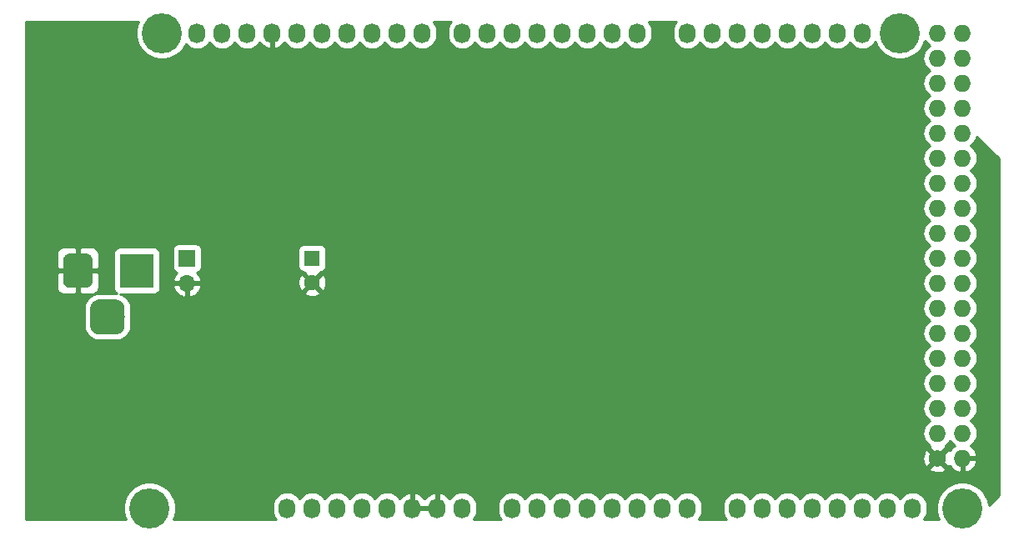
<source format=gbl>
G04 #@! TF.GenerationSoftware,KiCad,Pcbnew,(5.1.2-1)-1*
G04 #@! TF.CreationDate,2019-07-15T16:17:59+09:00*
G04 #@! TF.ProjectId,base-shield,62617365-2d73-4686-9965-6c642e6b6963,rev?*
G04 #@! TF.SameCoordinates,PX6296c50PY74079d0*
G04 #@! TF.FileFunction,Copper,L2,Bot*
G04 #@! TF.FilePolarity,Positive*
%FSLAX46Y46*%
G04 Gerber Fmt 4.6, Leading zero omitted, Abs format (unit mm)*
G04 Created by KiCad (PCBNEW (5.1.2-1)-1) date 2019-07-15 16:17:59*
%MOMM*%
%LPD*%
G04 APERTURE LIST*
%ADD10C,1.727200*%
%ADD11O,1.727200X1.727200*%
%ADD12O,1.727200X2.032000*%
%ADD13C,4.064000*%
%ADD14R,1.600000X1.600000*%
%ADD15C,1.600000*%
%ADD16R,3.500000X3.500000*%
%ADD17C,0.100000*%
%ADD18C,3.000000*%
%ADD19C,3.500000*%
%ADD20R,1.700000X1.700000*%
%ADD21O,1.700000X1.700000*%
%ADD22C,0.254000*%
G04 APERTURE END LIST*
D10*
X93980000Y7620000D03*
D11*
X96520000Y7620000D03*
X93980000Y10160000D03*
X96520000Y10160000D03*
X93980000Y12700000D03*
X96520000Y12700000D03*
X93980000Y15240000D03*
X96520000Y15240000D03*
X93980000Y17780000D03*
X96520000Y17780000D03*
X93980000Y20320000D03*
X96520000Y20320000D03*
X93980000Y22860000D03*
X96520000Y22860000D03*
X93980000Y25400000D03*
X96520000Y25400000D03*
X93980000Y27940000D03*
X96520000Y27940000D03*
X93980000Y30480000D03*
X96520000Y30480000D03*
X93980000Y33020000D03*
X96520000Y33020000D03*
X93980000Y35560000D03*
X96520000Y35560000D03*
X93980000Y38100000D03*
X96520000Y38100000D03*
X93980000Y40640000D03*
X96520000Y40640000D03*
X93980000Y43180000D03*
X96520000Y43180000D03*
X93980000Y45720000D03*
X96520000Y45720000D03*
X93980000Y48260000D03*
X96520000Y48260000D03*
X93980000Y50800000D03*
X96520000Y50800000D03*
D12*
X27940000Y2540000D03*
X30480000Y2540000D03*
X33020000Y2540000D03*
X35560000Y2540000D03*
X38100000Y2540000D03*
X40640000Y2540000D03*
X43180000Y2540000D03*
X45720000Y2540000D03*
X50800000Y2540000D03*
X53340000Y2540000D03*
X55880000Y2540000D03*
X58420000Y2540000D03*
X60960000Y2540000D03*
X63500000Y2540000D03*
X66040000Y2540000D03*
X68580000Y2540000D03*
X73660000Y2540000D03*
X76200000Y2540000D03*
X78740000Y2540000D03*
X81280000Y2540000D03*
X83820000Y2540000D03*
X86360000Y2540000D03*
X88900000Y2540000D03*
X91440000Y2540000D03*
X18796000Y50800000D03*
X21336000Y50800000D03*
X23876000Y50800000D03*
X26416000Y50800000D03*
X28956000Y50800000D03*
X31496000Y50800000D03*
X34036000Y50800000D03*
X36576000Y50800000D03*
X39116000Y50800000D03*
X41656000Y50800000D03*
X45720000Y50800000D03*
X48260000Y50800000D03*
X50800000Y50800000D03*
X53340000Y50800000D03*
X55880000Y50800000D03*
X58420000Y50800000D03*
X60960000Y50800000D03*
X63500000Y50800000D03*
X68580000Y50800000D03*
X71120000Y50800000D03*
X73660000Y50800000D03*
X76200000Y50800000D03*
X78740000Y50800000D03*
X81280000Y50800000D03*
X83820000Y50800000D03*
X86360000Y50800000D03*
D13*
X13970000Y2540000D03*
X96520000Y2540000D03*
X15240000Y50800000D03*
X90170000Y50800000D03*
D14*
X30480000Y27940000D03*
D15*
X30480000Y25440000D03*
D16*
X12700000Y26670000D03*
D17*
G36*
X7523513Y28416389D02*
G01*
X7596318Y28405589D01*
X7667714Y28387705D01*
X7737013Y28362910D01*
X7803548Y28331441D01*
X7866678Y28293602D01*
X7925795Y28249758D01*
X7980330Y28200330D01*
X8029758Y28145795D01*
X8073602Y28086678D01*
X8111441Y28023548D01*
X8142910Y27957013D01*
X8167705Y27887714D01*
X8185589Y27816318D01*
X8196389Y27743513D01*
X8200000Y27670000D01*
X8200000Y25670000D01*
X8196389Y25596487D01*
X8185589Y25523682D01*
X8167705Y25452286D01*
X8142910Y25382987D01*
X8111441Y25316452D01*
X8073602Y25253322D01*
X8029758Y25194205D01*
X7980330Y25139670D01*
X7925795Y25090242D01*
X7866678Y25046398D01*
X7803548Y25008559D01*
X7737013Y24977090D01*
X7667714Y24952295D01*
X7596318Y24934411D01*
X7523513Y24923611D01*
X7450000Y24920000D01*
X5950000Y24920000D01*
X5876487Y24923611D01*
X5803682Y24934411D01*
X5732286Y24952295D01*
X5662987Y24977090D01*
X5596452Y25008559D01*
X5533322Y25046398D01*
X5474205Y25090242D01*
X5419670Y25139670D01*
X5370242Y25194205D01*
X5326398Y25253322D01*
X5288559Y25316452D01*
X5257090Y25382987D01*
X5232295Y25452286D01*
X5214411Y25523682D01*
X5203611Y25596487D01*
X5200000Y25670000D01*
X5200000Y27670000D01*
X5203611Y27743513D01*
X5214411Y27816318D01*
X5232295Y27887714D01*
X5257090Y27957013D01*
X5288559Y28023548D01*
X5326398Y28086678D01*
X5370242Y28145795D01*
X5419670Y28200330D01*
X5474205Y28249758D01*
X5533322Y28293602D01*
X5596452Y28331441D01*
X5662987Y28362910D01*
X5732286Y28387705D01*
X5803682Y28405589D01*
X5876487Y28416389D01*
X5950000Y28420000D01*
X7450000Y28420000D01*
X7523513Y28416389D01*
X7523513Y28416389D01*
G37*
D18*
X6700000Y26670000D03*
D17*
G36*
X10660765Y23715787D02*
G01*
X10745704Y23703187D01*
X10828999Y23682323D01*
X10909848Y23653395D01*
X10987472Y23616681D01*
X11061124Y23572536D01*
X11130094Y23521384D01*
X11193718Y23463718D01*
X11251384Y23400094D01*
X11302536Y23331124D01*
X11346681Y23257472D01*
X11383395Y23179848D01*
X11412323Y23098999D01*
X11433187Y23015704D01*
X11445787Y22930765D01*
X11450000Y22845000D01*
X11450000Y21095000D01*
X11445787Y21009235D01*
X11433187Y20924296D01*
X11412323Y20841001D01*
X11383395Y20760152D01*
X11346681Y20682528D01*
X11302536Y20608876D01*
X11251384Y20539906D01*
X11193718Y20476282D01*
X11130094Y20418616D01*
X11061124Y20367464D01*
X10987472Y20323319D01*
X10909848Y20286605D01*
X10828999Y20257677D01*
X10745704Y20236813D01*
X10660765Y20224213D01*
X10575000Y20220000D01*
X8825000Y20220000D01*
X8739235Y20224213D01*
X8654296Y20236813D01*
X8571001Y20257677D01*
X8490152Y20286605D01*
X8412528Y20323319D01*
X8338876Y20367464D01*
X8269906Y20418616D01*
X8206282Y20476282D01*
X8148616Y20539906D01*
X8097464Y20608876D01*
X8053319Y20682528D01*
X8016605Y20760152D01*
X7987677Y20841001D01*
X7966813Y20924296D01*
X7954213Y21009235D01*
X7950000Y21095000D01*
X7950000Y22845000D01*
X7954213Y22930765D01*
X7966813Y23015704D01*
X7987677Y23098999D01*
X8016605Y23179848D01*
X8053319Y23257472D01*
X8097464Y23331124D01*
X8148616Y23400094D01*
X8206282Y23463718D01*
X8269906Y23521384D01*
X8338876Y23572536D01*
X8412528Y23616681D01*
X8490152Y23653395D01*
X8571001Y23682323D01*
X8654296Y23703187D01*
X8739235Y23715787D01*
X8825000Y23720000D01*
X10575000Y23720000D01*
X10660765Y23715787D01*
X10660765Y23715787D01*
G37*
D19*
X9700000Y21970000D03*
D20*
X17780000Y27940000D03*
D21*
X17780000Y25400000D03*
D22*
G36*
X12675492Y51577935D02*
G01*
X12573000Y51062677D01*
X12573000Y50537323D01*
X12675492Y50022065D01*
X12876536Y49536702D01*
X13168406Y49099887D01*
X13539887Y48728406D01*
X13976702Y48436536D01*
X14462065Y48235492D01*
X14977323Y48133000D01*
X15502677Y48133000D01*
X16017935Y48235492D01*
X16503298Y48436536D01*
X16940113Y48728406D01*
X17311594Y49099887D01*
X17603464Y49536702D01*
X17659001Y49670781D01*
X17731203Y49582803D01*
X17959395Y49395531D01*
X18219737Y49256375D01*
X18502224Y49170684D01*
X18796000Y49141749D01*
X19089777Y49170684D01*
X19372264Y49256375D01*
X19632606Y49395531D01*
X19860797Y49582803D01*
X20048069Y49810994D01*
X20066000Y49844541D01*
X20083931Y49810994D01*
X20271203Y49582803D01*
X20499395Y49395531D01*
X20759737Y49256375D01*
X21042224Y49170684D01*
X21336000Y49141749D01*
X21629777Y49170684D01*
X21912264Y49256375D01*
X22172606Y49395531D01*
X22400797Y49582803D01*
X22588069Y49810994D01*
X22606000Y49844541D01*
X22623931Y49810994D01*
X22811203Y49582803D01*
X23039395Y49395531D01*
X23299737Y49256375D01*
X23582224Y49170684D01*
X23876000Y49141749D01*
X24169777Y49170684D01*
X24452264Y49256375D01*
X24712606Y49395531D01*
X24940797Y49582803D01*
X25128069Y49810994D01*
X25149424Y49850947D01*
X25297514Y49648271D01*
X25513965Y49449267D01*
X25765081Y49296314D01*
X26041211Y49195291D01*
X26056974Y49192642D01*
X26289000Y49313783D01*
X26289000Y50673000D01*
X26269000Y50673000D01*
X26269000Y50927000D01*
X26289000Y50927000D01*
X26289000Y50947000D01*
X26543000Y50947000D01*
X26543000Y50927000D01*
X26563000Y50927000D01*
X26563000Y50673000D01*
X26543000Y50673000D01*
X26543000Y49313783D01*
X26775026Y49192642D01*
X26790789Y49195291D01*
X27066919Y49296314D01*
X27318035Y49449267D01*
X27534486Y49648271D01*
X27682576Y49850947D01*
X27703931Y49810994D01*
X27891203Y49582803D01*
X28119395Y49395531D01*
X28379737Y49256375D01*
X28662224Y49170684D01*
X28956000Y49141749D01*
X29249777Y49170684D01*
X29532264Y49256375D01*
X29792606Y49395531D01*
X30020797Y49582803D01*
X30208069Y49810994D01*
X30226000Y49844541D01*
X30243931Y49810994D01*
X30431203Y49582803D01*
X30659395Y49395531D01*
X30919737Y49256375D01*
X31202224Y49170684D01*
X31496000Y49141749D01*
X31789777Y49170684D01*
X32072264Y49256375D01*
X32332606Y49395531D01*
X32560797Y49582803D01*
X32748069Y49810994D01*
X32766000Y49844541D01*
X32783931Y49810994D01*
X32971203Y49582803D01*
X33199395Y49395531D01*
X33459737Y49256375D01*
X33742224Y49170684D01*
X34036000Y49141749D01*
X34329777Y49170684D01*
X34612264Y49256375D01*
X34872606Y49395531D01*
X35100797Y49582803D01*
X35288069Y49810994D01*
X35306000Y49844541D01*
X35323931Y49810994D01*
X35511203Y49582803D01*
X35739395Y49395531D01*
X35999737Y49256375D01*
X36282224Y49170684D01*
X36576000Y49141749D01*
X36869777Y49170684D01*
X37152264Y49256375D01*
X37412606Y49395531D01*
X37640797Y49582803D01*
X37828069Y49810994D01*
X37846000Y49844541D01*
X37863931Y49810994D01*
X38051203Y49582803D01*
X38279395Y49395531D01*
X38539737Y49256375D01*
X38822224Y49170684D01*
X39116000Y49141749D01*
X39409777Y49170684D01*
X39692264Y49256375D01*
X39952606Y49395531D01*
X40180797Y49582803D01*
X40368069Y49810994D01*
X40386000Y49844541D01*
X40403931Y49810994D01*
X40591203Y49582803D01*
X40819395Y49395531D01*
X41079737Y49256375D01*
X41362224Y49170684D01*
X41656000Y49141749D01*
X41949777Y49170684D01*
X42232264Y49256375D01*
X42492606Y49395531D01*
X42720797Y49582803D01*
X42908069Y49810994D01*
X43047225Y50071337D01*
X43132916Y50353824D01*
X43154600Y50573982D01*
X43154600Y51026019D01*
X43132916Y51246177D01*
X43047225Y51528664D01*
X42908069Y51789006D01*
X42781689Y51943000D01*
X44594311Y51943000D01*
X44467931Y51789005D01*
X44328775Y51528663D01*
X44243084Y51246176D01*
X44221400Y51026018D01*
X44221400Y50573981D01*
X44243084Y50353823D01*
X44328775Y50071336D01*
X44467931Y49810994D01*
X44655203Y49582803D01*
X44883395Y49395531D01*
X45143737Y49256375D01*
X45426224Y49170684D01*
X45720000Y49141749D01*
X46013777Y49170684D01*
X46296264Y49256375D01*
X46556606Y49395531D01*
X46784797Y49582803D01*
X46972069Y49810994D01*
X46990000Y49844541D01*
X47007931Y49810994D01*
X47195203Y49582803D01*
X47423395Y49395531D01*
X47683737Y49256375D01*
X47966224Y49170684D01*
X48260000Y49141749D01*
X48553777Y49170684D01*
X48836264Y49256375D01*
X49096606Y49395531D01*
X49324797Y49582803D01*
X49512069Y49810994D01*
X49530000Y49844541D01*
X49547931Y49810994D01*
X49735203Y49582803D01*
X49963395Y49395531D01*
X50223737Y49256375D01*
X50506224Y49170684D01*
X50800000Y49141749D01*
X51093777Y49170684D01*
X51376264Y49256375D01*
X51636606Y49395531D01*
X51864797Y49582803D01*
X52052069Y49810994D01*
X52070000Y49844541D01*
X52087931Y49810994D01*
X52275203Y49582803D01*
X52503395Y49395531D01*
X52763737Y49256375D01*
X53046224Y49170684D01*
X53340000Y49141749D01*
X53633777Y49170684D01*
X53916264Y49256375D01*
X54176606Y49395531D01*
X54404797Y49582803D01*
X54592069Y49810994D01*
X54610000Y49844541D01*
X54627931Y49810994D01*
X54815203Y49582803D01*
X55043395Y49395531D01*
X55303737Y49256375D01*
X55586224Y49170684D01*
X55880000Y49141749D01*
X56173777Y49170684D01*
X56456264Y49256375D01*
X56716606Y49395531D01*
X56944797Y49582803D01*
X57132069Y49810994D01*
X57150000Y49844541D01*
X57167931Y49810994D01*
X57355203Y49582803D01*
X57583395Y49395531D01*
X57843737Y49256375D01*
X58126224Y49170684D01*
X58420000Y49141749D01*
X58713777Y49170684D01*
X58996264Y49256375D01*
X59256606Y49395531D01*
X59484797Y49582803D01*
X59672069Y49810994D01*
X59690000Y49844541D01*
X59707931Y49810994D01*
X59895203Y49582803D01*
X60123395Y49395531D01*
X60383737Y49256375D01*
X60666224Y49170684D01*
X60960000Y49141749D01*
X61253777Y49170684D01*
X61536264Y49256375D01*
X61796606Y49395531D01*
X62024797Y49582803D01*
X62212069Y49810994D01*
X62230000Y49844541D01*
X62247931Y49810994D01*
X62435203Y49582803D01*
X62663395Y49395531D01*
X62923737Y49256375D01*
X63206224Y49170684D01*
X63500000Y49141749D01*
X63793777Y49170684D01*
X64076264Y49256375D01*
X64336606Y49395531D01*
X64564797Y49582803D01*
X64752069Y49810994D01*
X64891225Y50071337D01*
X64976916Y50353824D01*
X64998600Y50573982D01*
X64998600Y51026019D01*
X64976916Y51246177D01*
X64891225Y51528664D01*
X64752069Y51789006D01*
X64625689Y51943000D01*
X67454311Y51943000D01*
X67327931Y51789005D01*
X67188775Y51528663D01*
X67103084Y51246176D01*
X67081400Y51026018D01*
X67081400Y50573981D01*
X67103084Y50353823D01*
X67188775Y50071336D01*
X67327931Y49810994D01*
X67515203Y49582803D01*
X67743395Y49395531D01*
X68003737Y49256375D01*
X68286224Y49170684D01*
X68580000Y49141749D01*
X68873777Y49170684D01*
X69156264Y49256375D01*
X69416606Y49395531D01*
X69644797Y49582803D01*
X69832069Y49810994D01*
X69850000Y49844541D01*
X69867931Y49810994D01*
X70055203Y49582803D01*
X70283395Y49395531D01*
X70543737Y49256375D01*
X70826224Y49170684D01*
X71120000Y49141749D01*
X71413777Y49170684D01*
X71696264Y49256375D01*
X71956606Y49395531D01*
X72184797Y49582803D01*
X72372069Y49810994D01*
X72390000Y49844541D01*
X72407931Y49810994D01*
X72595203Y49582803D01*
X72823395Y49395531D01*
X73083737Y49256375D01*
X73366224Y49170684D01*
X73660000Y49141749D01*
X73953777Y49170684D01*
X74236264Y49256375D01*
X74496606Y49395531D01*
X74724797Y49582803D01*
X74912069Y49810994D01*
X74930000Y49844541D01*
X74947931Y49810994D01*
X75135203Y49582803D01*
X75363395Y49395531D01*
X75623737Y49256375D01*
X75906224Y49170684D01*
X76200000Y49141749D01*
X76493777Y49170684D01*
X76776264Y49256375D01*
X77036606Y49395531D01*
X77264797Y49582803D01*
X77452069Y49810994D01*
X77470000Y49844541D01*
X77487931Y49810994D01*
X77675203Y49582803D01*
X77903395Y49395531D01*
X78163737Y49256375D01*
X78446224Y49170684D01*
X78740000Y49141749D01*
X79033777Y49170684D01*
X79316264Y49256375D01*
X79576606Y49395531D01*
X79804797Y49582803D01*
X79992069Y49810994D01*
X80010000Y49844541D01*
X80027931Y49810994D01*
X80215203Y49582803D01*
X80443395Y49395531D01*
X80703737Y49256375D01*
X80986224Y49170684D01*
X81280000Y49141749D01*
X81573777Y49170684D01*
X81856264Y49256375D01*
X82116606Y49395531D01*
X82344797Y49582803D01*
X82532069Y49810994D01*
X82550000Y49844541D01*
X82567931Y49810994D01*
X82755203Y49582803D01*
X82983395Y49395531D01*
X83243737Y49256375D01*
X83526224Y49170684D01*
X83820000Y49141749D01*
X84113777Y49170684D01*
X84396264Y49256375D01*
X84656606Y49395531D01*
X84884797Y49582803D01*
X85072069Y49810994D01*
X85090000Y49844541D01*
X85107931Y49810994D01*
X85295203Y49582803D01*
X85523395Y49395531D01*
X85783737Y49256375D01*
X86066224Y49170684D01*
X86360000Y49141749D01*
X86653777Y49170684D01*
X86936264Y49256375D01*
X87196606Y49395531D01*
X87424797Y49582803D01*
X87612069Y49810994D01*
X87657621Y49896215D01*
X87806536Y49536702D01*
X88098406Y49099887D01*
X88469887Y48728406D01*
X88906702Y48436536D01*
X89392065Y48235492D01*
X89907323Y48133000D01*
X90432677Y48133000D01*
X90947935Y48235492D01*
X91433298Y48436536D01*
X91870113Y48728406D01*
X92241594Y49099887D01*
X92533464Y49536702D01*
X92717945Y49982077D01*
X92727931Y49963394D01*
X92915203Y49735203D01*
X93143394Y49547931D01*
X93176940Y49530000D01*
X93143394Y49512069D01*
X92915203Y49324797D01*
X92727931Y49096606D01*
X92588775Y48836264D01*
X92503084Y48553777D01*
X92474149Y48260000D01*
X92503084Y47966223D01*
X92588775Y47683736D01*
X92727931Y47423394D01*
X92915203Y47195203D01*
X93143394Y47007931D01*
X93176940Y46990000D01*
X93143394Y46972069D01*
X92915203Y46784797D01*
X92727931Y46556606D01*
X92588775Y46296264D01*
X92503084Y46013777D01*
X92474149Y45720000D01*
X92503084Y45426223D01*
X92588775Y45143736D01*
X92727931Y44883394D01*
X92915203Y44655203D01*
X93143394Y44467931D01*
X93176940Y44450000D01*
X93143394Y44432069D01*
X92915203Y44244797D01*
X92727931Y44016606D01*
X92588775Y43756264D01*
X92503084Y43473777D01*
X92474149Y43180000D01*
X92503084Y42886223D01*
X92588775Y42603736D01*
X92727931Y42343394D01*
X92915203Y42115203D01*
X93143394Y41927931D01*
X93176940Y41910000D01*
X93143394Y41892069D01*
X92915203Y41704797D01*
X92727931Y41476606D01*
X92588775Y41216264D01*
X92503084Y40933777D01*
X92474149Y40640000D01*
X92503084Y40346223D01*
X92588775Y40063736D01*
X92727931Y39803394D01*
X92915203Y39575203D01*
X93143394Y39387931D01*
X93176940Y39370000D01*
X93143394Y39352069D01*
X92915203Y39164797D01*
X92727931Y38936606D01*
X92588775Y38676264D01*
X92503084Y38393777D01*
X92474149Y38100000D01*
X92503084Y37806223D01*
X92588775Y37523736D01*
X92727931Y37263394D01*
X92915203Y37035203D01*
X93143394Y36847931D01*
X93176940Y36830000D01*
X93143394Y36812069D01*
X92915203Y36624797D01*
X92727931Y36396606D01*
X92588775Y36136264D01*
X92503084Y35853777D01*
X92474149Y35560000D01*
X92503084Y35266223D01*
X92588775Y34983736D01*
X92727931Y34723394D01*
X92915203Y34495203D01*
X93143394Y34307931D01*
X93176940Y34290000D01*
X93143394Y34272069D01*
X92915203Y34084797D01*
X92727931Y33856606D01*
X92588775Y33596264D01*
X92503084Y33313777D01*
X92474149Y33020000D01*
X92503084Y32726223D01*
X92588775Y32443736D01*
X92727931Y32183394D01*
X92915203Y31955203D01*
X93143394Y31767931D01*
X93176940Y31750000D01*
X93143394Y31732069D01*
X92915203Y31544797D01*
X92727931Y31316606D01*
X92588775Y31056264D01*
X92503084Y30773777D01*
X92474149Y30480000D01*
X92503084Y30186223D01*
X92588775Y29903736D01*
X92727931Y29643394D01*
X92915203Y29415203D01*
X93143394Y29227931D01*
X93176940Y29210000D01*
X93143394Y29192069D01*
X92915203Y29004797D01*
X92727931Y28776606D01*
X92588775Y28516264D01*
X92503084Y28233777D01*
X92474149Y27940000D01*
X92503084Y27646223D01*
X92588775Y27363736D01*
X92727931Y27103394D01*
X92915203Y26875203D01*
X93143394Y26687931D01*
X93176940Y26670000D01*
X93143394Y26652069D01*
X92915203Y26464797D01*
X92727931Y26236606D01*
X92588775Y25976264D01*
X92503084Y25693777D01*
X92474149Y25400000D01*
X92503084Y25106223D01*
X92588775Y24823736D01*
X92727931Y24563394D01*
X92915203Y24335203D01*
X93143394Y24147931D01*
X93176940Y24130000D01*
X93143394Y24112069D01*
X92915203Y23924797D01*
X92727931Y23696606D01*
X92588775Y23436264D01*
X92503084Y23153777D01*
X92474149Y22860000D01*
X92503084Y22566223D01*
X92588775Y22283736D01*
X92727931Y22023394D01*
X92915203Y21795203D01*
X93143394Y21607931D01*
X93176940Y21590000D01*
X93143394Y21572069D01*
X92915203Y21384797D01*
X92727931Y21156606D01*
X92588775Y20896264D01*
X92503084Y20613777D01*
X92474149Y20320000D01*
X92503084Y20026223D01*
X92588775Y19743736D01*
X92727931Y19483394D01*
X92915203Y19255203D01*
X93143394Y19067931D01*
X93176940Y19050000D01*
X93143394Y19032069D01*
X92915203Y18844797D01*
X92727931Y18616606D01*
X92588775Y18356264D01*
X92503084Y18073777D01*
X92474149Y17780000D01*
X92503084Y17486223D01*
X92588775Y17203736D01*
X92727931Y16943394D01*
X92915203Y16715203D01*
X93143394Y16527931D01*
X93176940Y16510000D01*
X93143394Y16492069D01*
X92915203Y16304797D01*
X92727931Y16076606D01*
X92588775Y15816264D01*
X92503084Y15533777D01*
X92474149Y15240000D01*
X92503084Y14946223D01*
X92588775Y14663736D01*
X92727931Y14403394D01*
X92915203Y14175203D01*
X93143394Y13987931D01*
X93176940Y13970000D01*
X93143394Y13952069D01*
X92915203Y13764797D01*
X92727931Y13536606D01*
X92588775Y13276264D01*
X92503084Y12993777D01*
X92474149Y12700000D01*
X92503084Y12406223D01*
X92588775Y12123736D01*
X92727931Y11863394D01*
X92915203Y11635203D01*
X93143394Y11447931D01*
X93176940Y11430000D01*
X93143394Y11412069D01*
X92915203Y11224797D01*
X92727931Y10996606D01*
X92588775Y10736264D01*
X92503084Y10453777D01*
X92474149Y10160000D01*
X92503084Y9866223D01*
X92588775Y9583736D01*
X92727931Y9323394D01*
X92915203Y9095203D01*
X93143394Y8907931D01*
X93192305Y8881787D01*
X93121501Y8658104D01*
X93980000Y7799605D01*
X94838499Y8658104D01*
X94767695Y8881787D01*
X94816606Y8907931D01*
X95044797Y9095203D01*
X95232069Y9323394D01*
X95250000Y9356940D01*
X95267931Y9323394D01*
X95455203Y9095203D01*
X95683394Y8907931D01*
X95723433Y8886530D01*
X95509707Y8726854D01*
X95313183Y8508488D01*
X95251434Y8404641D01*
X95018104Y8478499D01*
X94159605Y7620000D01*
X95018104Y6761501D01*
X95251434Y6835359D01*
X95313183Y6731512D01*
X95509707Y6513146D01*
X95745056Y6337316D01*
X96010186Y6210778D01*
X96160974Y6165042D01*
X96393000Y6286183D01*
X96393000Y7493000D01*
X96647000Y7493000D01*
X96647000Y6286183D01*
X96879026Y6165042D01*
X97029814Y6210778D01*
X97294944Y6337316D01*
X97530293Y6513146D01*
X97726817Y6731512D01*
X97876964Y6984022D01*
X97974963Y7260973D01*
X97854464Y7493000D01*
X96647000Y7493000D01*
X96393000Y7493000D01*
X96373000Y7493000D01*
X96373000Y7747000D01*
X96393000Y7747000D01*
X96393000Y7767000D01*
X96647000Y7767000D01*
X96647000Y7747000D01*
X97854464Y7747000D01*
X97974963Y7979027D01*
X97876964Y8255978D01*
X97726817Y8508488D01*
X97530293Y8726854D01*
X97316567Y8886530D01*
X97356606Y8907931D01*
X97584797Y9095203D01*
X97772069Y9323394D01*
X97911225Y9583736D01*
X97996916Y9866223D01*
X98025851Y10160000D01*
X97996916Y10453777D01*
X97911225Y10736264D01*
X97772069Y10996606D01*
X97584797Y11224797D01*
X97356606Y11412069D01*
X97323060Y11430000D01*
X97356606Y11447931D01*
X97584797Y11635203D01*
X97772069Y11863394D01*
X97911225Y12123736D01*
X97996916Y12406223D01*
X98025851Y12700000D01*
X97996916Y12993777D01*
X97911225Y13276264D01*
X97772069Y13536606D01*
X97584797Y13764797D01*
X97356606Y13952069D01*
X97323060Y13970000D01*
X97356606Y13987931D01*
X97584797Y14175203D01*
X97772069Y14403394D01*
X97911225Y14663736D01*
X97996916Y14946223D01*
X98025851Y15240000D01*
X97996916Y15533777D01*
X97911225Y15816264D01*
X97772069Y16076606D01*
X97584797Y16304797D01*
X97356606Y16492069D01*
X97323060Y16510000D01*
X97356606Y16527931D01*
X97584797Y16715203D01*
X97772069Y16943394D01*
X97911225Y17203736D01*
X97996916Y17486223D01*
X98025851Y17780000D01*
X97996916Y18073777D01*
X97911225Y18356264D01*
X97772069Y18616606D01*
X97584797Y18844797D01*
X97356606Y19032069D01*
X97323060Y19050000D01*
X97356606Y19067931D01*
X97584797Y19255203D01*
X97772069Y19483394D01*
X97911225Y19743736D01*
X97996916Y20026223D01*
X98025851Y20320000D01*
X97996916Y20613777D01*
X97911225Y20896264D01*
X97772069Y21156606D01*
X97584797Y21384797D01*
X97356606Y21572069D01*
X97323060Y21590000D01*
X97356606Y21607931D01*
X97584797Y21795203D01*
X97772069Y22023394D01*
X97911225Y22283736D01*
X97996916Y22566223D01*
X98025851Y22860000D01*
X97996916Y23153777D01*
X97911225Y23436264D01*
X97772069Y23696606D01*
X97584797Y23924797D01*
X97356606Y24112069D01*
X97323060Y24130000D01*
X97356606Y24147931D01*
X97584797Y24335203D01*
X97772069Y24563394D01*
X97911225Y24823736D01*
X97996916Y25106223D01*
X98025851Y25400000D01*
X97996916Y25693777D01*
X97911225Y25976264D01*
X97772069Y26236606D01*
X97584797Y26464797D01*
X97356606Y26652069D01*
X97323060Y26670000D01*
X97356606Y26687931D01*
X97584797Y26875203D01*
X97772069Y27103394D01*
X97911225Y27363736D01*
X97996916Y27646223D01*
X98025851Y27940000D01*
X97996916Y28233777D01*
X97911225Y28516264D01*
X97772069Y28776606D01*
X97584797Y29004797D01*
X97356606Y29192069D01*
X97323060Y29210000D01*
X97356606Y29227931D01*
X97584797Y29415203D01*
X97772069Y29643394D01*
X97911225Y29903736D01*
X97996916Y30186223D01*
X98025851Y30480000D01*
X97996916Y30773777D01*
X97911225Y31056264D01*
X97772069Y31316606D01*
X97584797Y31544797D01*
X97356606Y31732069D01*
X97323060Y31750000D01*
X97356606Y31767931D01*
X97584797Y31955203D01*
X97772069Y32183394D01*
X97911225Y32443736D01*
X97996916Y32726223D01*
X98025851Y33020000D01*
X97996916Y33313777D01*
X97911225Y33596264D01*
X97772069Y33856606D01*
X97584797Y34084797D01*
X97356606Y34272069D01*
X97323060Y34290000D01*
X97356606Y34307931D01*
X97584797Y34495203D01*
X97772069Y34723394D01*
X97911225Y34983736D01*
X97996916Y35266223D01*
X98025851Y35560000D01*
X97996916Y35853777D01*
X97911225Y36136264D01*
X97772069Y36396606D01*
X97584797Y36624797D01*
X97356606Y36812069D01*
X97323060Y36830000D01*
X97356606Y36847931D01*
X97584797Y37035203D01*
X97772069Y37263394D01*
X97911225Y37523736D01*
X97996916Y37806223D01*
X98025851Y38100000D01*
X97996916Y38393777D01*
X97911225Y38676264D01*
X97772069Y38936606D01*
X97584797Y39164797D01*
X97356606Y39352069D01*
X97323060Y39370000D01*
X97356606Y39387931D01*
X97584797Y39575203D01*
X97772069Y39803394D01*
X97911225Y40063736D01*
X97975330Y40275064D01*
X100203000Y38047394D01*
X100203000Y3862606D01*
X99179712Y2839318D01*
X99084508Y3317935D01*
X98883464Y3803298D01*
X98591594Y4240113D01*
X98220113Y4611594D01*
X97783298Y4903464D01*
X97297935Y5104508D01*
X96782677Y5207000D01*
X96257323Y5207000D01*
X95742065Y5104508D01*
X95256702Y4903464D01*
X94819887Y4611594D01*
X94448406Y4240113D01*
X94156536Y3803298D01*
X93955492Y3317935D01*
X93853000Y2802677D01*
X93853000Y2277323D01*
X93955492Y1762065D01*
X94106707Y1397000D01*
X92565689Y1397000D01*
X92692069Y1550994D01*
X92831225Y1811337D01*
X92916916Y2093824D01*
X92938600Y2313982D01*
X92938600Y2766019D01*
X92916916Y2986177D01*
X92831225Y3268664D01*
X92692069Y3529006D01*
X92504797Y3757197D01*
X92276605Y3944469D01*
X92016263Y4083625D01*
X91733776Y4169316D01*
X91440000Y4198251D01*
X91146223Y4169316D01*
X90863736Y4083625D01*
X90603394Y3944469D01*
X90375203Y3757197D01*
X90187931Y3529005D01*
X90170000Y3495459D01*
X90152069Y3529006D01*
X89964797Y3757197D01*
X89736605Y3944469D01*
X89476263Y4083625D01*
X89193776Y4169316D01*
X88900000Y4198251D01*
X88606223Y4169316D01*
X88323736Y4083625D01*
X88063394Y3944469D01*
X87835203Y3757197D01*
X87647931Y3529005D01*
X87630000Y3495459D01*
X87612069Y3529006D01*
X87424797Y3757197D01*
X87196605Y3944469D01*
X86936263Y4083625D01*
X86653776Y4169316D01*
X86360000Y4198251D01*
X86066223Y4169316D01*
X85783736Y4083625D01*
X85523394Y3944469D01*
X85295203Y3757197D01*
X85107931Y3529005D01*
X85090000Y3495459D01*
X85072069Y3529006D01*
X84884797Y3757197D01*
X84656605Y3944469D01*
X84396263Y4083625D01*
X84113776Y4169316D01*
X83820000Y4198251D01*
X83526223Y4169316D01*
X83243736Y4083625D01*
X82983394Y3944469D01*
X82755203Y3757197D01*
X82567931Y3529005D01*
X82550000Y3495459D01*
X82532069Y3529006D01*
X82344797Y3757197D01*
X82116605Y3944469D01*
X81856263Y4083625D01*
X81573776Y4169316D01*
X81280000Y4198251D01*
X80986223Y4169316D01*
X80703736Y4083625D01*
X80443394Y3944469D01*
X80215203Y3757197D01*
X80027931Y3529005D01*
X80010000Y3495459D01*
X79992069Y3529006D01*
X79804797Y3757197D01*
X79576605Y3944469D01*
X79316263Y4083625D01*
X79033776Y4169316D01*
X78740000Y4198251D01*
X78446223Y4169316D01*
X78163736Y4083625D01*
X77903394Y3944469D01*
X77675203Y3757197D01*
X77487931Y3529005D01*
X77470000Y3495459D01*
X77452069Y3529006D01*
X77264797Y3757197D01*
X77036605Y3944469D01*
X76776263Y4083625D01*
X76493776Y4169316D01*
X76200000Y4198251D01*
X75906223Y4169316D01*
X75623736Y4083625D01*
X75363394Y3944469D01*
X75135203Y3757197D01*
X74947931Y3529005D01*
X74930000Y3495459D01*
X74912069Y3529006D01*
X74724797Y3757197D01*
X74496605Y3944469D01*
X74236263Y4083625D01*
X73953776Y4169316D01*
X73660000Y4198251D01*
X73366223Y4169316D01*
X73083736Y4083625D01*
X72823394Y3944469D01*
X72595203Y3757197D01*
X72407931Y3529005D01*
X72268775Y3268663D01*
X72183084Y2986176D01*
X72161400Y2766018D01*
X72161400Y2313981D01*
X72183084Y2093823D01*
X72268775Y1811336D01*
X72407931Y1550994D01*
X72534311Y1397000D01*
X69705689Y1397000D01*
X69832069Y1550994D01*
X69971225Y1811337D01*
X70056916Y2093824D01*
X70078600Y2313982D01*
X70078600Y2766019D01*
X70056916Y2986177D01*
X69971225Y3268664D01*
X69832069Y3529006D01*
X69644797Y3757197D01*
X69416605Y3944469D01*
X69156263Y4083625D01*
X68873776Y4169316D01*
X68580000Y4198251D01*
X68286223Y4169316D01*
X68003736Y4083625D01*
X67743394Y3944469D01*
X67515203Y3757197D01*
X67327931Y3529005D01*
X67310000Y3495459D01*
X67292069Y3529006D01*
X67104797Y3757197D01*
X66876605Y3944469D01*
X66616263Y4083625D01*
X66333776Y4169316D01*
X66040000Y4198251D01*
X65746223Y4169316D01*
X65463736Y4083625D01*
X65203394Y3944469D01*
X64975203Y3757197D01*
X64787931Y3529005D01*
X64770000Y3495459D01*
X64752069Y3529006D01*
X64564797Y3757197D01*
X64336605Y3944469D01*
X64076263Y4083625D01*
X63793776Y4169316D01*
X63500000Y4198251D01*
X63206223Y4169316D01*
X62923736Y4083625D01*
X62663394Y3944469D01*
X62435203Y3757197D01*
X62247931Y3529005D01*
X62230000Y3495459D01*
X62212069Y3529006D01*
X62024797Y3757197D01*
X61796605Y3944469D01*
X61536263Y4083625D01*
X61253776Y4169316D01*
X60960000Y4198251D01*
X60666223Y4169316D01*
X60383736Y4083625D01*
X60123394Y3944469D01*
X59895203Y3757197D01*
X59707931Y3529005D01*
X59690000Y3495459D01*
X59672069Y3529006D01*
X59484797Y3757197D01*
X59256605Y3944469D01*
X58996263Y4083625D01*
X58713776Y4169316D01*
X58420000Y4198251D01*
X58126223Y4169316D01*
X57843736Y4083625D01*
X57583394Y3944469D01*
X57355203Y3757197D01*
X57167931Y3529005D01*
X57150000Y3495459D01*
X57132069Y3529006D01*
X56944797Y3757197D01*
X56716605Y3944469D01*
X56456263Y4083625D01*
X56173776Y4169316D01*
X55880000Y4198251D01*
X55586223Y4169316D01*
X55303736Y4083625D01*
X55043394Y3944469D01*
X54815203Y3757197D01*
X54627931Y3529005D01*
X54610000Y3495459D01*
X54592069Y3529006D01*
X54404797Y3757197D01*
X54176605Y3944469D01*
X53916263Y4083625D01*
X53633776Y4169316D01*
X53340000Y4198251D01*
X53046223Y4169316D01*
X52763736Y4083625D01*
X52503394Y3944469D01*
X52275203Y3757197D01*
X52087931Y3529005D01*
X52070000Y3495459D01*
X52052069Y3529006D01*
X51864797Y3757197D01*
X51636605Y3944469D01*
X51376263Y4083625D01*
X51093776Y4169316D01*
X50800000Y4198251D01*
X50506223Y4169316D01*
X50223736Y4083625D01*
X49963394Y3944469D01*
X49735203Y3757197D01*
X49547931Y3529005D01*
X49408775Y3268663D01*
X49323084Y2986176D01*
X49301400Y2766018D01*
X49301400Y2313981D01*
X49323084Y2093823D01*
X49408775Y1811336D01*
X49547931Y1550994D01*
X49674311Y1397000D01*
X46845689Y1397000D01*
X46972069Y1550994D01*
X47111225Y1811337D01*
X47196916Y2093824D01*
X47218600Y2313982D01*
X47218600Y2766019D01*
X47196916Y2986177D01*
X47111225Y3268664D01*
X46972069Y3529006D01*
X46784797Y3757197D01*
X46556605Y3944469D01*
X46296263Y4083625D01*
X46013776Y4169316D01*
X45720000Y4198251D01*
X45426223Y4169316D01*
X45143736Y4083625D01*
X44883394Y3944469D01*
X44655203Y3757197D01*
X44467931Y3529005D01*
X44446576Y3489053D01*
X44298486Y3691729D01*
X44082035Y3890733D01*
X43830919Y4043686D01*
X43554789Y4144709D01*
X43539026Y4147358D01*
X43307000Y4026217D01*
X43307000Y2667000D01*
X43327000Y2667000D01*
X43327000Y2413000D01*
X43307000Y2413000D01*
X43307000Y2393000D01*
X43053000Y2393000D01*
X43053000Y2413000D01*
X40767000Y2413000D01*
X40767000Y2393000D01*
X40513000Y2393000D01*
X40513000Y2413000D01*
X40493000Y2413000D01*
X40493000Y2667000D01*
X40513000Y2667000D01*
X40513000Y4026217D01*
X40767000Y4026217D01*
X40767000Y2667000D01*
X43053000Y2667000D01*
X43053000Y4026217D01*
X42820974Y4147358D01*
X42805211Y4144709D01*
X42529081Y4043686D01*
X42277965Y3890733D01*
X42061514Y3691729D01*
X41910000Y3484367D01*
X41758486Y3691729D01*
X41542035Y3890733D01*
X41290919Y4043686D01*
X41014789Y4144709D01*
X40999026Y4147358D01*
X40767000Y4026217D01*
X40513000Y4026217D01*
X40280974Y4147358D01*
X40265211Y4144709D01*
X39989081Y4043686D01*
X39737965Y3890733D01*
X39521514Y3691729D01*
X39373424Y3489053D01*
X39352069Y3529006D01*
X39164797Y3757197D01*
X38936605Y3944469D01*
X38676263Y4083625D01*
X38393776Y4169316D01*
X38100000Y4198251D01*
X37806223Y4169316D01*
X37523736Y4083625D01*
X37263394Y3944469D01*
X37035203Y3757197D01*
X36847931Y3529005D01*
X36830000Y3495459D01*
X36812069Y3529006D01*
X36624797Y3757197D01*
X36396605Y3944469D01*
X36136263Y4083625D01*
X35853776Y4169316D01*
X35560000Y4198251D01*
X35266223Y4169316D01*
X34983736Y4083625D01*
X34723394Y3944469D01*
X34495203Y3757197D01*
X34307931Y3529005D01*
X34290000Y3495459D01*
X34272069Y3529006D01*
X34084797Y3757197D01*
X33856605Y3944469D01*
X33596263Y4083625D01*
X33313776Y4169316D01*
X33020000Y4198251D01*
X32726223Y4169316D01*
X32443736Y4083625D01*
X32183394Y3944469D01*
X31955203Y3757197D01*
X31767931Y3529005D01*
X31750000Y3495459D01*
X31732069Y3529006D01*
X31544797Y3757197D01*
X31316605Y3944469D01*
X31056263Y4083625D01*
X30773776Y4169316D01*
X30480000Y4198251D01*
X30186223Y4169316D01*
X29903736Y4083625D01*
X29643394Y3944469D01*
X29415203Y3757197D01*
X29227931Y3529005D01*
X29210000Y3495459D01*
X29192069Y3529006D01*
X29004797Y3757197D01*
X28776605Y3944469D01*
X28516263Y4083625D01*
X28233776Y4169316D01*
X27940000Y4198251D01*
X27646223Y4169316D01*
X27363736Y4083625D01*
X27103394Y3944469D01*
X26875203Y3757197D01*
X26687931Y3529005D01*
X26548775Y3268663D01*
X26463084Y2986176D01*
X26441400Y2766018D01*
X26441400Y2313981D01*
X26463084Y2093823D01*
X26548775Y1811336D01*
X26687931Y1550994D01*
X26814311Y1397000D01*
X16383293Y1397000D01*
X16534508Y1762065D01*
X16637000Y2277323D01*
X16637000Y2802677D01*
X16534508Y3317935D01*
X16333464Y3803298D01*
X16041594Y4240113D01*
X15670113Y4611594D01*
X15233298Y4903464D01*
X14747935Y5104508D01*
X14232677Y5207000D01*
X13707323Y5207000D01*
X13192065Y5104508D01*
X12706702Y4903464D01*
X12269887Y4611594D01*
X11898406Y4240113D01*
X11606536Y3803298D01*
X11405492Y3317935D01*
X11303000Y2802677D01*
X11303000Y2277323D01*
X11405492Y1762065D01*
X11556707Y1397000D01*
X1397000Y1397000D01*
X1397000Y6581896D01*
X93121501Y6581896D01*
X93200782Y6331433D01*
X93467141Y6204174D01*
X93753210Y6131325D01*
X94047993Y6115685D01*
X94340164Y6157855D01*
X94618493Y6256214D01*
X94759218Y6331433D01*
X94838499Y6581896D01*
X93980000Y7440395D01*
X93121501Y6581896D01*
X1397000Y6581896D01*
X1397000Y7552007D01*
X92475685Y7552007D01*
X92517855Y7259836D01*
X92616214Y6981507D01*
X92691433Y6840782D01*
X92941896Y6761501D01*
X93800395Y7620000D01*
X92941896Y8478499D01*
X92691433Y8399218D01*
X92564174Y8132859D01*
X92491325Y7846790D01*
X92475685Y7552007D01*
X1397000Y7552007D01*
X1397000Y22845000D01*
X7311928Y22845000D01*
X7311928Y21095000D01*
X7341001Y20799814D01*
X7427104Y20515972D01*
X7566927Y20254382D01*
X7755097Y20025097D01*
X7984382Y19836927D01*
X8245972Y19697104D01*
X8529814Y19611001D01*
X8825000Y19581928D01*
X10575000Y19581928D01*
X10870186Y19611001D01*
X11154028Y19697104D01*
X11415618Y19836927D01*
X11644903Y20025097D01*
X11833073Y20254382D01*
X11972896Y20515972D01*
X12058999Y20799814D01*
X12088072Y21095000D01*
X12088072Y22845000D01*
X12058999Y23140186D01*
X11972896Y23424028D01*
X11833073Y23685618D01*
X11644903Y23914903D01*
X11415618Y24103073D01*
X11154028Y24242896D01*
X11025357Y24281928D01*
X14450000Y24281928D01*
X14574482Y24294188D01*
X14694180Y24330498D01*
X14804494Y24389463D01*
X14901185Y24468815D01*
X14980537Y24565506D01*
X15039502Y24675820D01*
X15075812Y24795518D01*
X15088072Y24920000D01*
X15088072Y25043110D01*
X16338524Y25043110D01*
X16383175Y24895901D01*
X16508359Y24633080D01*
X16682412Y24399731D01*
X16898645Y24204822D01*
X17148748Y24055843D01*
X17423109Y23958519D01*
X17653000Y24079186D01*
X17653000Y25273000D01*
X17907000Y25273000D01*
X17907000Y24079186D01*
X18136891Y23958519D01*
X18411252Y24055843D01*
X18661355Y24204822D01*
X18877588Y24399731D01*
X18913067Y24447298D01*
X29666903Y24447298D01*
X29738486Y24203329D01*
X29993996Y24082429D01*
X30268184Y24013700D01*
X30550512Y23999783D01*
X30830130Y24041213D01*
X31096292Y24136397D01*
X31221514Y24203329D01*
X31293097Y24447298D01*
X30480000Y25260395D01*
X29666903Y24447298D01*
X18913067Y24447298D01*
X19051641Y24633080D01*
X19176825Y24895901D01*
X19221476Y25043110D01*
X19100155Y25273000D01*
X17907000Y25273000D01*
X17653000Y25273000D01*
X16459845Y25273000D01*
X16338524Y25043110D01*
X15088072Y25043110D01*
X15088072Y25369488D01*
X29039783Y25369488D01*
X29081213Y25089870D01*
X29176397Y24823708D01*
X29243329Y24698486D01*
X29487298Y24626903D01*
X30300395Y25440000D01*
X30659605Y25440000D01*
X31472702Y24626903D01*
X31716671Y24698486D01*
X31837571Y24953996D01*
X31906300Y25228184D01*
X31920217Y25510512D01*
X31878787Y25790130D01*
X31783603Y26056292D01*
X31716671Y26181514D01*
X31472702Y26253097D01*
X30659605Y25440000D01*
X30300395Y25440000D01*
X29487298Y26253097D01*
X29243329Y26181514D01*
X29122429Y25926004D01*
X29053700Y25651816D01*
X29039783Y25369488D01*
X15088072Y25369488D01*
X15088072Y28420000D01*
X15075812Y28544482D01*
X15039502Y28664180D01*
X14980537Y28774494D01*
X14967812Y28790000D01*
X16291928Y28790000D01*
X16291928Y27090000D01*
X16304188Y26965518D01*
X16340498Y26845820D01*
X16399463Y26735506D01*
X16478815Y26638815D01*
X16575506Y26559463D01*
X16685820Y26500498D01*
X16766466Y26476034D01*
X16682412Y26400269D01*
X16508359Y26166920D01*
X16383175Y25904099D01*
X16338524Y25756890D01*
X16459845Y25527000D01*
X17653000Y25527000D01*
X17653000Y25547000D01*
X17907000Y25547000D01*
X17907000Y25527000D01*
X19100155Y25527000D01*
X19221476Y25756890D01*
X19176825Y25904099D01*
X19051641Y26166920D01*
X18877588Y26400269D01*
X18793534Y26476034D01*
X18874180Y26500498D01*
X18984494Y26559463D01*
X19081185Y26638815D01*
X19160537Y26735506D01*
X19219502Y26845820D01*
X19255812Y26965518D01*
X19268072Y27090000D01*
X19268072Y28740000D01*
X29041928Y28740000D01*
X29041928Y27140000D01*
X29054188Y27015518D01*
X29090498Y26895820D01*
X29149463Y26785506D01*
X29228815Y26688815D01*
X29325506Y26609463D01*
X29435820Y26550498D01*
X29555518Y26514188D01*
X29680000Y26501928D01*
X29687215Y26501928D01*
X29666903Y26432702D01*
X30480000Y25619605D01*
X31293097Y26432702D01*
X31272785Y26501928D01*
X31280000Y26501928D01*
X31404482Y26514188D01*
X31524180Y26550498D01*
X31634494Y26609463D01*
X31731185Y26688815D01*
X31810537Y26785506D01*
X31869502Y26895820D01*
X31905812Y27015518D01*
X31918072Y27140000D01*
X31918072Y28740000D01*
X31905812Y28864482D01*
X31869502Y28984180D01*
X31810537Y29094494D01*
X31731185Y29191185D01*
X31634494Y29270537D01*
X31524180Y29329502D01*
X31404482Y29365812D01*
X31280000Y29378072D01*
X29680000Y29378072D01*
X29555518Y29365812D01*
X29435820Y29329502D01*
X29325506Y29270537D01*
X29228815Y29191185D01*
X29149463Y29094494D01*
X29090498Y28984180D01*
X29054188Y28864482D01*
X29041928Y28740000D01*
X19268072Y28740000D01*
X19268072Y28790000D01*
X19255812Y28914482D01*
X19219502Y29034180D01*
X19160537Y29144494D01*
X19081185Y29241185D01*
X18984494Y29320537D01*
X18874180Y29379502D01*
X18754482Y29415812D01*
X18630000Y29428072D01*
X16930000Y29428072D01*
X16805518Y29415812D01*
X16685820Y29379502D01*
X16575506Y29320537D01*
X16478815Y29241185D01*
X16399463Y29144494D01*
X16340498Y29034180D01*
X16304188Y28914482D01*
X16291928Y28790000D01*
X14967812Y28790000D01*
X14901185Y28871185D01*
X14804494Y28950537D01*
X14694180Y29009502D01*
X14574482Y29045812D01*
X14450000Y29058072D01*
X10950000Y29058072D01*
X10825518Y29045812D01*
X10705820Y29009502D01*
X10595506Y28950537D01*
X10498815Y28871185D01*
X10419463Y28774494D01*
X10360498Y28664180D01*
X10324188Y28544482D01*
X10311928Y28420000D01*
X10311928Y24920000D01*
X10324188Y24795518D01*
X10360498Y24675820D01*
X10419463Y24565506D01*
X10498815Y24468815D01*
X10595506Y24389463D01*
X10672131Y24348506D01*
X10575000Y24358072D01*
X8825000Y24358072D01*
X8529814Y24328999D01*
X8245972Y24242896D01*
X7984382Y24103073D01*
X7755097Y23914903D01*
X7566927Y23685618D01*
X7427104Y23424028D01*
X7341001Y23140186D01*
X7311928Y22845000D01*
X1397000Y22845000D01*
X1397000Y24920000D01*
X4561928Y24920000D01*
X4574188Y24795518D01*
X4610498Y24675820D01*
X4669463Y24565506D01*
X4748815Y24468815D01*
X4845506Y24389463D01*
X4955820Y24330498D01*
X5075518Y24294188D01*
X5200000Y24281928D01*
X6414250Y24285000D01*
X6573000Y24443750D01*
X6573000Y26543000D01*
X6827000Y26543000D01*
X6827000Y24443750D01*
X6985750Y24285000D01*
X8200000Y24281928D01*
X8324482Y24294188D01*
X8444180Y24330498D01*
X8554494Y24389463D01*
X8651185Y24468815D01*
X8730537Y24565506D01*
X8789502Y24675820D01*
X8825812Y24795518D01*
X8838072Y24920000D01*
X8835000Y26384250D01*
X8676250Y26543000D01*
X6827000Y26543000D01*
X6573000Y26543000D01*
X4723750Y26543000D01*
X4565000Y26384250D01*
X4561928Y24920000D01*
X1397000Y24920000D01*
X1397000Y28420000D01*
X4561928Y28420000D01*
X4565000Y26955750D01*
X4723750Y26797000D01*
X6573000Y26797000D01*
X6573000Y28896250D01*
X6827000Y28896250D01*
X6827000Y26797000D01*
X8676250Y26797000D01*
X8835000Y26955750D01*
X8838072Y28420000D01*
X8825812Y28544482D01*
X8789502Y28664180D01*
X8730537Y28774494D01*
X8651185Y28871185D01*
X8554494Y28950537D01*
X8444180Y29009502D01*
X8324482Y29045812D01*
X8200000Y29058072D01*
X6985750Y29055000D01*
X6827000Y28896250D01*
X6573000Y28896250D01*
X6414250Y29055000D01*
X5200000Y29058072D01*
X5075518Y29045812D01*
X4955820Y29009502D01*
X4845506Y28950537D01*
X4748815Y28871185D01*
X4669463Y28774494D01*
X4610498Y28664180D01*
X4574188Y28544482D01*
X4561928Y28420000D01*
X1397000Y28420000D01*
X1397000Y51943000D01*
X12826707Y51943000D01*
X12675492Y51577935D01*
X12675492Y51577935D01*
G37*
X12675492Y51577935D02*
X12573000Y51062677D01*
X12573000Y50537323D01*
X12675492Y50022065D01*
X12876536Y49536702D01*
X13168406Y49099887D01*
X13539887Y48728406D01*
X13976702Y48436536D01*
X14462065Y48235492D01*
X14977323Y48133000D01*
X15502677Y48133000D01*
X16017935Y48235492D01*
X16503298Y48436536D01*
X16940113Y48728406D01*
X17311594Y49099887D01*
X17603464Y49536702D01*
X17659001Y49670781D01*
X17731203Y49582803D01*
X17959395Y49395531D01*
X18219737Y49256375D01*
X18502224Y49170684D01*
X18796000Y49141749D01*
X19089777Y49170684D01*
X19372264Y49256375D01*
X19632606Y49395531D01*
X19860797Y49582803D01*
X20048069Y49810994D01*
X20066000Y49844541D01*
X20083931Y49810994D01*
X20271203Y49582803D01*
X20499395Y49395531D01*
X20759737Y49256375D01*
X21042224Y49170684D01*
X21336000Y49141749D01*
X21629777Y49170684D01*
X21912264Y49256375D01*
X22172606Y49395531D01*
X22400797Y49582803D01*
X22588069Y49810994D01*
X22606000Y49844541D01*
X22623931Y49810994D01*
X22811203Y49582803D01*
X23039395Y49395531D01*
X23299737Y49256375D01*
X23582224Y49170684D01*
X23876000Y49141749D01*
X24169777Y49170684D01*
X24452264Y49256375D01*
X24712606Y49395531D01*
X24940797Y49582803D01*
X25128069Y49810994D01*
X25149424Y49850947D01*
X25297514Y49648271D01*
X25513965Y49449267D01*
X25765081Y49296314D01*
X26041211Y49195291D01*
X26056974Y49192642D01*
X26289000Y49313783D01*
X26289000Y50673000D01*
X26269000Y50673000D01*
X26269000Y50927000D01*
X26289000Y50927000D01*
X26289000Y50947000D01*
X26543000Y50947000D01*
X26543000Y50927000D01*
X26563000Y50927000D01*
X26563000Y50673000D01*
X26543000Y50673000D01*
X26543000Y49313783D01*
X26775026Y49192642D01*
X26790789Y49195291D01*
X27066919Y49296314D01*
X27318035Y49449267D01*
X27534486Y49648271D01*
X27682576Y49850947D01*
X27703931Y49810994D01*
X27891203Y49582803D01*
X28119395Y49395531D01*
X28379737Y49256375D01*
X28662224Y49170684D01*
X28956000Y49141749D01*
X29249777Y49170684D01*
X29532264Y49256375D01*
X29792606Y49395531D01*
X30020797Y49582803D01*
X30208069Y49810994D01*
X30226000Y49844541D01*
X30243931Y49810994D01*
X30431203Y49582803D01*
X30659395Y49395531D01*
X30919737Y49256375D01*
X31202224Y49170684D01*
X31496000Y49141749D01*
X31789777Y49170684D01*
X32072264Y49256375D01*
X32332606Y49395531D01*
X32560797Y49582803D01*
X32748069Y49810994D01*
X32766000Y49844541D01*
X32783931Y49810994D01*
X32971203Y49582803D01*
X33199395Y49395531D01*
X33459737Y49256375D01*
X33742224Y49170684D01*
X34036000Y49141749D01*
X34329777Y49170684D01*
X34612264Y49256375D01*
X34872606Y49395531D01*
X35100797Y49582803D01*
X35288069Y49810994D01*
X35306000Y49844541D01*
X35323931Y49810994D01*
X35511203Y49582803D01*
X35739395Y49395531D01*
X35999737Y49256375D01*
X36282224Y49170684D01*
X36576000Y49141749D01*
X36869777Y49170684D01*
X37152264Y49256375D01*
X37412606Y49395531D01*
X37640797Y49582803D01*
X37828069Y49810994D01*
X37846000Y49844541D01*
X37863931Y49810994D01*
X38051203Y49582803D01*
X38279395Y49395531D01*
X38539737Y49256375D01*
X38822224Y49170684D01*
X39116000Y49141749D01*
X39409777Y49170684D01*
X39692264Y49256375D01*
X39952606Y49395531D01*
X40180797Y49582803D01*
X40368069Y49810994D01*
X40386000Y49844541D01*
X40403931Y49810994D01*
X40591203Y49582803D01*
X40819395Y49395531D01*
X41079737Y49256375D01*
X41362224Y49170684D01*
X41656000Y49141749D01*
X41949777Y49170684D01*
X42232264Y49256375D01*
X42492606Y49395531D01*
X42720797Y49582803D01*
X42908069Y49810994D01*
X43047225Y50071337D01*
X43132916Y50353824D01*
X43154600Y50573982D01*
X43154600Y51026019D01*
X43132916Y51246177D01*
X43047225Y51528664D01*
X42908069Y51789006D01*
X42781689Y51943000D01*
X44594311Y51943000D01*
X44467931Y51789005D01*
X44328775Y51528663D01*
X44243084Y51246176D01*
X44221400Y51026018D01*
X44221400Y50573981D01*
X44243084Y50353823D01*
X44328775Y50071336D01*
X44467931Y49810994D01*
X44655203Y49582803D01*
X44883395Y49395531D01*
X45143737Y49256375D01*
X45426224Y49170684D01*
X45720000Y49141749D01*
X46013777Y49170684D01*
X46296264Y49256375D01*
X46556606Y49395531D01*
X46784797Y49582803D01*
X46972069Y49810994D01*
X46990000Y49844541D01*
X47007931Y49810994D01*
X47195203Y49582803D01*
X47423395Y49395531D01*
X47683737Y49256375D01*
X47966224Y49170684D01*
X48260000Y49141749D01*
X48553777Y49170684D01*
X48836264Y49256375D01*
X49096606Y49395531D01*
X49324797Y49582803D01*
X49512069Y49810994D01*
X49530000Y49844541D01*
X49547931Y49810994D01*
X49735203Y49582803D01*
X49963395Y49395531D01*
X50223737Y49256375D01*
X50506224Y49170684D01*
X50800000Y49141749D01*
X51093777Y49170684D01*
X51376264Y49256375D01*
X51636606Y49395531D01*
X51864797Y49582803D01*
X52052069Y49810994D01*
X52070000Y49844541D01*
X52087931Y49810994D01*
X52275203Y49582803D01*
X52503395Y49395531D01*
X52763737Y49256375D01*
X53046224Y49170684D01*
X53340000Y49141749D01*
X53633777Y49170684D01*
X53916264Y49256375D01*
X54176606Y49395531D01*
X54404797Y49582803D01*
X54592069Y49810994D01*
X54610000Y49844541D01*
X54627931Y49810994D01*
X54815203Y49582803D01*
X55043395Y49395531D01*
X55303737Y49256375D01*
X55586224Y49170684D01*
X55880000Y49141749D01*
X56173777Y49170684D01*
X56456264Y49256375D01*
X56716606Y49395531D01*
X56944797Y49582803D01*
X57132069Y49810994D01*
X57150000Y49844541D01*
X57167931Y49810994D01*
X57355203Y49582803D01*
X57583395Y49395531D01*
X57843737Y49256375D01*
X58126224Y49170684D01*
X58420000Y49141749D01*
X58713777Y49170684D01*
X58996264Y49256375D01*
X59256606Y49395531D01*
X59484797Y49582803D01*
X59672069Y49810994D01*
X59690000Y49844541D01*
X59707931Y49810994D01*
X59895203Y49582803D01*
X60123395Y49395531D01*
X60383737Y49256375D01*
X60666224Y49170684D01*
X60960000Y49141749D01*
X61253777Y49170684D01*
X61536264Y49256375D01*
X61796606Y49395531D01*
X62024797Y49582803D01*
X62212069Y49810994D01*
X62230000Y49844541D01*
X62247931Y49810994D01*
X62435203Y49582803D01*
X62663395Y49395531D01*
X62923737Y49256375D01*
X63206224Y49170684D01*
X63500000Y49141749D01*
X63793777Y49170684D01*
X64076264Y49256375D01*
X64336606Y49395531D01*
X64564797Y49582803D01*
X64752069Y49810994D01*
X64891225Y50071337D01*
X64976916Y50353824D01*
X64998600Y50573982D01*
X64998600Y51026019D01*
X64976916Y51246177D01*
X64891225Y51528664D01*
X64752069Y51789006D01*
X64625689Y51943000D01*
X67454311Y51943000D01*
X67327931Y51789005D01*
X67188775Y51528663D01*
X67103084Y51246176D01*
X67081400Y51026018D01*
X67081400Y50573981D01*
X67103084Y50353823D01*
X67188775Y50071336D01*
X67327931Y49810994D01*
X67515203Y49582803D01*
X67743395Y49395531D01*
X68003737Y49256375D01*
X68286224Y49170684D01*
X68580000Y49141749D01*
X68873777Y49170684D01*
X69156264Y49256375D01*
X69416606Y49395531D01*
X69644797Y49582803D01*
X69832069Y49810994D01*
X69850000Y49844541D01*
X69867931Y49810994D01*
X70055203Y49582803D01*
X70283395Y49395531D01*
X70543737Y49256375D01*
X70826224Y49170684D01*
X71120000Y49141749D01*
X71413777Y49170684D01*
X71696264Y49256375D01*
X71956606Y49395531D01*
X72184797Y49582803D01*
X72372069Y49810994D01*
X72390000Y49844541D01*
X72407931Y49810994D01*
X72595203Y49582803D01*
X72823395Y49395531D01*
X73083737Y49256375D01*
X73366224Y49170684D01*
X73660000Y49141749D01*
X73953777Y49170684D01*
X74236264Y49256375D01*
X74496606Y49395531D01*
X74724797Y49582803D01*
X74912069Y49810994D01*
X74930000Y49844541D01*
X74947931Y49810994D01*
X75135203Y49582803D01*
X75363395Y49395531D01*
X75623737Y49256375D01*
X75906224Y49170684D01*
X76200000Y49141749D01*
X76493777Y49170684D01*
X76776264Y49256375D01*
X77036606Y49395531D01*
X77264797Y49582803D01*
X77452069Y49810994D01*
X77470000Y49844541D01*
X77487931Y49810994D01*
X77675203Y49582803D01*
X77903395Y49395531D01*
X78163737Y49256375D01*
X78446224Y49170684D01*
X78740000Y49141749D01*
X79033777Y49170684D01*
X79316264Y49256375D01*
X79576606Y49395531D01*
X79804797Y49582803D01*
X79992069Y49810994D01*
X80010000Y49844541D01*
X80027931Y49810994D01*
X80215203Y49582803D01*
X80443395Y49395531D01*
X80703737Y49256375D01*
X80986224Y49170684D01*
X81280000Y49141749D01*
X81573777Y49170684D01*
X81856264Y49256375D01*
X82116606Y49395531D01*
X82344797Y49582803D01*
X82532069Y49810994D01*
X82550000Y49844541D01*
X82567931Y49810994D01*
X82755203Y49582803D01*
X82983395Y49395531D01*
X83243737Y49256375D01*
X83526224Y49170684D01*
X83820000Y49141749D01*
X84113777Y49170684D01*
X84396264Y49256375D01*
X84656606Y49395531D01*
X84884797Y49582803D01*
X85072069Y49810994D01*
X85090000Y49844541D01*
X85107931Y49810994D01*
X85295203Y49582803D01*
X85523395Y49395531D01*
X85783737Y49256375D01*
X86066224Y49170684D01*
X86360000Y49141749D01*
X86653777Y49170684D01*
X86936264Y49256375D01*
X87196606Y49395531D01*
X87424797Y49582803D01*
X87612069Y49810994D01*
X87657621Y49896215D01*
X87806536Y49536702D01*
X88098406Y49099887D01*
X88469887Y48728406D01*
X88906702Y48436536D01*
X89392065Y48235492D01*
X89907323Y48133000D01*
X90432677Y48133000D01*
X90947935Y48235492D01*
X91433298Y48436536D01*
X91870113Y48728406D01*
X92241594Y49099887D01*
X92533464Y49536702D01*
X92717945Y49982077D01*
X92727931Y49963394D01*
X92915203Y49735203D01*
X93143394Y49547931D01*
X93176940Y49530000D01*
X93143394Y49512069D01*
X92915203Y49324797D01*
X92727931Y49096606D01*
X92588775Y48836264D01*
X92503084Y48553777D01*
X92474149Y48260000D01*
X92503084Y47966223D01*
X92588775Y47683736D01*
X92727931Y47423394D01*
X92915203Y47195203D01*
X93143394Y47007931D01*
X93176940Y46990000D01*
X93143394Y46972069D01*
X92915203Y46784797D01*
X92727931Y46556606D01*
X92588775Y46296264D01*
X92503084Y46013777D01*
X92474149Y45720000D01*
X92503084Y45426223D01*
X92588775Y45143736D01*
X92727931Y44883394D01*
X92915203Y44655203D01*
X93143394Y44467931D01*
X93176940Y44450000D01*
X93143394Y44432069D01*
X92915203Y44244797D01*
X92727931Y44016606D01*
X92588775Y43756264D01*
X92503084Y43473777D01*
X92474149Y43180000D01*
X92503084Y42886223D01*
X92588775Y42603736D01*
X92727931Y42343394D01*
X92915203Y42115203D01*
X93143394Y41927931D01*
X93176940Y41910000D01*
X93143394Y41892069D01*
X92915203Y41704797D01*
X92727931Y41476606D01*
X92588775Y41216264D01*
X92503084Y40933777D01*
X92474149Y40640000D01*
X92503084Y40346223D01*
X92588775Y40063736D01*
X92727931Y39803394D01*
X92915203Y39575203D01*
X93143394Y39387931D01*
X93176940Y39370000D01*
X93143394Y39352069D01*
X92915203Y39164797D01*
X92727931Y38936606D01*
X92588775Y38676264D01*
X92503084Y38393777D01*
X92474149Y38100000D01*
X92503084Y37806223D01*
X92588775Y37523736D01*
X92727931Y37263394D01*
X92915203Y37035203D01*
X93143394Y36847931D01*
X93176940Y36830000D01*
X93143394Y36812069D01*
X92915203Y36624797D01*
X92727931Y36396606D01*
X92588775Y36136264D01*
X92503084Y35853777D01*
X92474149Y35560000D01*
X92503084Y35266223D01*
X92588775Y34983736D01*
X92727931Y34723394D01*
X92915203Y34495203D01*
X93143394Y34307931D01*
X93176940Y34290000D01*
X93143394Y34272069D01*
X92915203Y34084797D01*
X92727931Y33856606D01*
X92588775Y33596264D01*
X92503084Y33313777D01*
X92474149Y33020000D01*
X92503084Y32726223D01*
X92588775Y32443736D01*
X92727931Y32183394D01*
X92915203Y31955203D01*
X93143394Y31767931D01*
X93176940Y31750000D01*
X93143394Y31732069D01*
X92915203Y31544797D01*
X92727931Y31316606D01*
X92588775Y31056264D01*
X92503084Y30773777D01*
X92474149Y30480000D01*
X92503084Y30186223D01*
X92588775Y29903736D01*
X92727931Y29643394D01*
X92915203Y29415203D01*
X93143394Y29227931D01*
X93176940Y29210000D01*
X93143394Y29192069D01*
X92915203Y29004797D01*
X92727931Y28776606D01*
X92588775Y28516264D01*
X92503084Y28233777D01*
X92474149Y27940000D01*
X92503084Y27646223D01*
X92588775Y27363736D01*
X92727931Y27103394D01*
X92915203Y26875203D01*
X93143394Y26687931D01*
X93176940Y26670000D01*
X93143394Y26652069D01*
X92915203Y26464797D01*
X92727931Y26236606D01*
X92588775Y25976264D01*
X92503084Y25693777D01*
X92474149Y25400000D01*
X92503084Y25106223D01*
X92588775Y24823736D01*
X92727931Y24563394D01*
X92915203Y24335203D01*
X93143394Y24147931D01*
X93176940Y24130000D01*
X93143394Y24112069D01*
X92915203Y23924797D01*
X92727931Y23696606D01*
X92588775Y23436264D01*
X92503084Y23153777D01*
X92474149Y22860000D01*
X92503084Y22566223D01*
X92588775Y22283736D01*
X92727931Y22023394D01*
X92915203Y21795203D01*
X93143394Y21607931D01*
X93176940Y21590000D01*
X93143394Y21572069D01*
X92915203Y21384797D01*
X92727931Y21156606D01*
X92588775Y20896264D01*
X92503084Y20613777D01*
X92474149Y20320000D01*
X92503084Y20026223D01*
X92588775Y19743736D01*
X92727931Y19483394D01*
X92915203Y19255203D01*
X93143394Y19067931D01*
X93176940Y19050000D01*
X93143394Y19032069D01*
X92915203Y18844797D01*
X92727931Y18616606D01*
X92588775Y18356264D01*
X92503084Y18073777D01*
X92474149Y17780000D01*
X92503084Y17486223D01*
X92588775Y17203736D01*
X92727931Y16943394D01*
X92915203Y16715203D01*
X93143394Y16527931D01*
X93176940Y16510000D01*
X93143394Y16492069D01*
X92915203Y16304797D01*
X92727931Y16076606D01*
X92588775Y15816264D01*
X92503084Y15533777D01*
X92474149Y15240000D01*
X92503084Y14946223D01*
X92588775Y14663736D01*
X92727931Y14403394D01*
X92915203Y14175203D01*
X93143394Y13987931D01*
X93176940Y13970000D01*
X93143394Y13952069D01*
X92915203Y13764797D01*
X92727931Y13536606D01*
X92588775Y13276264D01*
X92503084Y12993777D01*
X92474149Y12700000D01*
X92503084Y12406223D01*
X92588775Y12123736D01*
X92727931Y11863394D01*
X92915203Y11635203D01*
X93143394Y11447931D01*
X93176940Y11430000D01*
X93143394Y11412069D01*
X92915203Y11224797D01*
X92727931Y10996606D01*
X92588775Y10736264D01*
X92503084Y10453777D01*
X92474149Y10160000D01*
X92503084Y9866223D01*
X92588775Y9583736D01*
X92727931Y9323394D01*
X92915203Y9095203D01*
X93143394Y8907931D01*
X93192305Y8881787D01*
X93121501Y8658104D01*
X93980000Y7799605D01*
X94838499Y8658104D01*
X94767695Y8881787D01*
X94816606Y8907931D01*
X95044797Y9095203D01*
X95232069Y9323394D01*
X95250000Y9356940D01*
X95267931Y9323394D01*
X95455203Y9095203D01*
X95683394Y8907931D01*
X95723433Y8886530D01*
X95509707Y8726854D01*
X95313183Y8508488D01*
X95251434Y8404641D01*
X95018104Y8478499D01*
X94159605Y7620000D01*
X95018104Y6761501D01*
X95251434Y6835359D01*
X95313183Y6731512D01*
X95509707Y6513146D01*
X95745056Y6337316D01*
X96010186Y6210778D01*
X96160974Y6165042D01*
X96393000Y6286183D01*
X96393000Y7493000D01*
X96647000Y7493000D01*
X96647000Y6286183D01*
X96879026Y6165042D01*
X97029814Y6210778D01*
X97294944Y6337316D01*
X97530293Y6513146D01*
X97726817Y6731512D01*
X97876964Y6984022D01*
X97974963Y7260973D01*
X97854464Y7493000D01*
X96647000Y7493000D01*
X96393000Y7493000D01*
X96373000Y7493000D01*
X96373000Y7747000D01*
X96393000Y7747000D01*
X96393000Y7767000D01*
X96647000Y7767000D01*
X96647000Y7747000D01*
X97854464Y7747000D01*
X97974963Y7979027D01*
X97876964Y8255978D01*
X97726817Y8508488D01*
X97530293Y8726854D01*
X97316567Y8886530D01*
X97356606Y8907931D01*
X97584797Y9095203D01*
X97772069Y9323394D01*
X97911225Y9583736D01*
X97996916Y9866223D01*
X98025851Y10160000D01*
X97996916Y10453777D01*
X97911225Y10736264D01*
X97772069Y10996606D01*
X97584797Y11224797D01*
X97356606Y11412069D01*
X97323060Y11430000D01*
X97356606Y11447931D01*
X97584797Y11635203D01*
X97772069Y11863394D01*
X97911225Y12123736D01*
X97996916Y12406223D01*
X98025851Y12700000D01*
X97996916Y12993777D01*
X97911225Y13276264D01*
X97772069Y13536606D01*
X97584797Y13764797D01*
X97356606Y13952069D01*
X97323060Y13970000D01*
X97356606Y13987931D01*
X97584797Y14175203D01*
X97772069Y14403394D01*
X97911225Y14663736D01*
X97996916Y14946223D01*
X98025851Y15240000D01*
X97996916Y15533777D01*
X97911225Y15816264D01*
X97772069Y16076606D01*
X97584797Y16304797D01*
X97356606Y16492069D01*
X97323060Y16510000D01*
X97356606Y16527931D01*
X97584797Y16715203D01*
X97772069Y16943394D01*
X97911225Y17203736D01*
X97996916Y17486223D01*
X98025851Y17780000D01*
X97996916Y18073777D01*
X97911225Y18356264D01*
X97772069Y18616606D01*
X97584797Y18844797D01*
X97356606Y19032069D01*
X97323060Y19050000D01*
X97356606Y19067931D01*
X97584797Y19255203D01*
X97772069Y19483394D01*
X97911225Y19743736D01*
X97996916Y20026223D01*
X98025851Y20320000D01*
X97996916Y20613777D01*
X97911225Y20896264D01*
X97772069Y21156606D01*
X97584797Y21384797D01*
X97356606Y21572069D01*
X97323060Y21590000D01*
X97356606Y21607931D01*
X97584797Y21795203D01*
X97772069Y22023394D01*
X97911225Y22283736D01*
X97996916Y22566223D01*
X98025851Y22860000D01*
X97996916Y23153777D01*
X97911225Y23436264D01*
X97772069Y23696606D01*
X97584797Y23924797D01*
X97356606Y24112069D01*
X97323060Y24130000D01*
X97356606Y24147931D01*
X97584797Y24335203D01*
X97772069Y24563394D01*
X97911225Y24823736D01*
X97996916Y25106223D01*
X98025851Y25400000D01*
X97996916Y25693777D01*
X97911225Y25976264D01*
X97772069Y26236606D01*
X97584797Y26464797D01*
X97356606Y26652069D01*
X97323060Y26670000D01*
X97356606Y26687931D01*
X97584797Y26875203D01*
X97772069Y27103394D01*
X97911225Y27363736D01*
X97996916Y27646223D01*
X98025851Y27940000D01*
X97996916Y28233777D01*
X97911225Y28516264D01*
X97772069Y28776606D01*
X97584797Y29004797D01*
X97356606Y29192069D01*
X97323060Y29210000D01*
X97356606Y29227931D01*
X97584797Y29415203D01*
X97772069Y29643394D01*
X97911225Y29903736D01*
X97996916Y30186223D01*
X98025851Y30480000D01*
X97996916Y30773777D01*
X97911225Y31056264D01*
X97772069Y31316606D01*
X97584797Y31544797D01*
X97356606Y31732069D01*
X97323060Y31750000D01*
X97356606Y31767931D01*
X97584797Y31955203D01*
X97772069Y32183394D01*
X97911225Y32443736D01*
X97996916Y32726223D01*
X98025851Y33020000D01*
X97996916Y33313777D01*
X97911225Y33596264D01*
X97772069Y33856606D01*
X97584797Y34084797D01*
X97356606Y34272069D01*
X97323060Y34290000D01*
X97356606Y34307931D01*
X97584797Y34495203D01*
X97772069Y34723394D01*
X97911225Y34983736D01*
X97996916Y35266223D01*
X98025851Y35560000D01*
X97996916Y35853777D01*
X97911225Y36136264D01*
X97772069Y36396606D01*
X97584797Y36624797D01*
X97356606Y36812069D01*
X97323060Y36830000D01*
X97356606Y36847931D01*
X97584797Y37035203D01*
X97772069Y37263394D01*
X97911225Y37523736D01*
X97996916Y37806223D01*
X98025851Y38100000D01*
X97996916Y38393777D01*
X97911225Y38676264D01*
X97772069Y38936606D01*
X97584797Y39164797D01*
X97356606Y39352069D01*
X97323060Y39370000D01*
X97356606Y39387931D01*
X97584797Y39575203D01*
X97772069Y39803394D01*
X97911225Y40063736D01*
X97975330Y40275064D01*
X100203000Y38047394D01*
X100203000Y3862606D01*
X99179712Y2839318D01*
X99084508Y3317935D01*
X98883464Y3803298D01*
X98591594Y4240113D01*
X98220113Y4611594D01*
X97783298Y4903464D01*
X97297935Y5104508D01*
X96782677Y5207000D01*
X96257323Y5207000D01*
X95742065Y5104508D01*
X95256702Y4903464D01*
X94819887Y4611594D01*
X94448406Y4240113D01*
X94156536Y3803298D01*
X93955492Y3317935D01*
X93853000Y2802677D01*
X93853000Y2277323D01*
X93955492Y1762065D01*
X94106707Y1397000D01*
X92565689Y1397000D01*
X92692069Y1550994D01*
X92831225Y1811337D01*
X92916916Y2093824D01*
X92938600Y2313982D01*
X92938600Y2766019D01*
X92916916Y2986177D01*
X92831225Y3268664D01*
X92692069Y3529006D01*
X92504797Y3757197D01*
X92276605Y3944469D01*
X92016263Y4083625D01*
X91733776Y4169316D01*
X91440000Y4198251D01*
X91146223Y4169316D01*
X90863736Y4083625D01*
X90603394Y3944469D01*
X90375203Y3757197D01*
X90187931Y3529005D01*
X90170000Y3495459D01*
X90152069Y3529006D01*
X89964797Y3757197D01*
X89736605Y3944469D01*
X89476263Y4083625D01*
X89193776Y4169316D01*
X88900000Y4198251D01*
X88606223Y4169316D01*
X88323736Y4083625D01*
X88063394Y3944469D01*
X87835203Y3757197D01*
X87647931Y3529005D01*
X87630000Y3495459D01*
X87612069Y3529006D01*
X87424797Y3757197D01*
X87196605Y3944469D01*
X86936263Y4083625D01*
X86653776Y4169316D01*
X86360000Y4198251D01*
X86066223Y4169316D01*
X85783736Y4083625D01*
X85523394Y3944469D01*
X85295203Y3757197D01*
X85107931Y3529005D01*
X85090000Y3495459D01*
X85072069Y3529006D01*
X84884797Y3757197D01*
X84656605Y3944469D01*
X84396263Y4083625D01*
X84113776Y4169316D01*
X83820000Y4198251D01*
X83526223Y4169316D01*
X83243736Y4083625D01*
X82983394Y3944469D01*
X82755203Y3757197D01*
X82567931Y3529005D01*
X82550000Y3495459D01*
X82532069Y3529006D01*
X82344797Y3757197D01*
X82116605Y3944469D01*
X81856263Y4083625D01*
X81573776Y4169316D01*
X81280000Y4198251D01*
X80986223Y4169316D01*
X80703736Y4083625D01*
X80443394Y3944469D01*
X80215203Y3757197D01*
X80027931Y3529005D01*
X80010000Y3495459D01*
X79992069Y3529006D01*
X79804797Y3757197D01*
X79576605Y3944469D01*
X79316263Y4083625D01*
X79033776Y4169316D01*
X78740000Y4198251D01*
X78446223Y4169316D01*
X78163736Y4083625D01*
X77903394Y3944469D01*
X77675203Y3757197D01*
X77487931Y3529005D01*
X77470000Y3495459D01*
X77452069Y3529006D01*
X77264797Y3757197D01*
X77036605Y3944469D01*
X76776263Y4083625D01*
X76493776Y4169316D01*
X76200000Y4198251D01*
X75906223Y4169316D01*
X75623736Y4083625D01*
X75363394Y3944469D01*
X75135203Y3757197D01*
X74947931Y3529005D01*
X74930000Y3495459D01*
X74912069Y3529006D01*
X74724797Y3757197D01*
X74496605Y3944469D01*
X74236263Y4083625D01*
X73953776Y4169316D01*
X73660000Y4198251D01*
X73366223Y4169316D01*
X73083736Y4083625D01*
X72823394Y3944469D01*
X72595203Y3757197D01*
X72407931Y3529005D01*
X72268775Y3268663D01*
X72183084Y2986176D01*
X72161400Y2766018D01*
X72161400Y2313981D01*
X72183084Y2093823D01*
X72268775Y1811336D01*
X72407931Y1550994D01*
X72534311Y1397000D01*
X69705689Y1397000D01*
X69832069Y1550994D01*
X69971225Y1811337D01*
X70056916Y2093824D01*
X70078600Y2313982D01*
X70078600Y2766019D01*
X70056916Y2986177D01*
X69971225Y3268664D01*
X69832069Y3529006D01*
X69644797Y3757197D01*
X69416605Y3944469D01*
X69156263Y4083625D01*
X68873776Y4169316D01*
X68580000Y4198251D01*
X68286223Y4169316D01*
X68003736Y4083625D01*
X67743394Y3944469D01*
X67515203Y3757197D01*
X67327931Y3529005D01*
X67310000Y3495459D01*
X67292069Y3529006D01*
X67104797Y3757197D01*
X66876605Y3944469D01*
X66616263Y4083625D01*
X66333776Y4169316D01*
X66040000Y4198251D01*
X65746223Y4169316D01*
X65463736Y4083625D01*
X65203394Y3944469D01*
X64975203Y3757197D01*
X64787931Y3529005D01*
X64770000Y3495459D01*
X64752069Y3529006D01*
X64564797Y3757197D01*
X64336605Y3944469D01*
X64076263Y4083625D01*
X63793776Y4169316D01*
X63500000Y4198251D01*
X63206223Y4169316D01*
X62923736Y4083625D01*
X62663394Y3944469D01*
X62435203Y3757197D01*
X62247931Y3529005D01*
X62230000Y3495459D01*
X62212069Y3529006D01*
X62024797Y3757197D01*
X61796605Y3944469D01*
X61536263Y4083625D01*
X61253776Y4169316D01*
X60960000Y4198251D01*
X60666223Y4169316D01*
X60383736Y4083625D01*
X60123394Y3944469D01*
X59895203Y3757197D01*
X59707931Y3529005D01*
X59690000Y3495459D01*
X59672069Y3529006D01*
X59484797Y3757197D01*
X59256605Y3944469D01*
X58996263Y4083625D01*
X58713776Y4169316D01*
X58420000Y4198251D01*
X58126223Y4169316D01*
X57843736Y4083625D01*
X57583394Y3944469D01*
X57355203Y3757197D01*
X57167931Y3529005D01*
X57150000Y3495459D01*
X57132069Y3529006D01*
X56944797Y3757197D01*
X56716605Y3944469D01*
X56456263Y4083625D01*
X56173776Y4169316D01*
X55880000Y4198251D01*
X55586223Y4169316D01*
X55303736Y4083625D01*
X55043394Y3944469D01*
X54815203Y3757197D01*
X54627931Y3529005D01*
X54610000Y3495459D01*
X54592069Y3529006D01*
X54404797Y3757197D01*
X54176605Y3944469D01*
X53916263Y4083625D01*
X53633776Y4169316D01*
X53340000Y4198251D01*
X53046223Y4169316D01*
X52763736Y4083625D01*
X52503394Y3944469D01*
X52275203Y3757197D01*
X52087931Y3529005D01*
X52070000Y3495459D01*
X52052069Y3529006D01*
X51864797Y3757197D01*
X51636605Y3944469D01*
X51376263Y4083625D01*
X51093776Y4169316D01*
X50800000Y4198251D01*
X50506223Y4169316D01*
X50223736Y4083625D01*
X49963394Y3944469D01*
X49735203Y3757197D01*
X49547931Y3529005D01*
X49408775Y3268663D01*
X49323084Y2986176D01*
X49301400Y2766018D01*
X49301400Y2313981D01*
X49323084Y2093823D01*
X49408775Y1811336D01*
X49547931Y1550994D01*
X49674311Y1397000D01*
X46845689Y1397000D01*
X46972069Y1550994D01*
X47111225Y1811337D01*
X47196916Y2093824D01*
X47218600Y2313982D01*
X47218600Y2766019D01*
X47196916Y2986177D01*
X47111225Y3268664D01*
X46972069Y3529006D01*
X46784797Y3757197D01*
X46556605Y3944469D01*
X46296263Y4083625D01*
X46013776Y4169316D01*
X45720000Y4198251D01*
X45426223Y4169316D01*
X45143736Y4083625D01*
X44883394Y3944469D01*
X44655203Y3757197D01*
X44467931Y3529005D01*
X44446576Y3489053D01*
X44298486Y3691729D01*
X44082035Y3890733D01*
X43830919Y4043686D01*
X43554789Y4144709D01*
X43539026Y4147358D01*
X43307000Y4026217D01*
X43307000Y2667000D01*
X43327000Y2667000D01*
X43327000Y2413000D01*
X43307000Y2413000D01*
X43307000Y2393000D01*
X43053000Y2393000D01*
X43053000Y2413000D01*
X40767000Y2413000D01*
X40767000Y2393000D01*
X40513000Y2393000D01*
X40513000Y2413000D01*
X40493000Y2413000D01*
X40493000Y2667000D01*
X40513000Y2667000D01*
X40513000Y4026217D01*
X40767000Y4026217D01*
X40767000Y2667000D01*
X43053000Y2667000D01*
X43053000Y4026217D01*
X42820974Y4147358D01*
X42805211Y4144709D01*
X42529081Y4043686D01*
X42277965Y3890733D01*
X42061514Y3691729D01*
X41910000Y3484367D01*
X41758486Y3691729D01*
X41542035Y3890733D01*
X41290919Y4043686D01*
X41014789Y4144709D01*
X40999026Y4147358D01*
X40767000Y4026217D01*
X40513000Y4026217D01*
X40280974Y4147358D01*
X40265211Y4144709D01*
X39989081Y4043686D01*
X39737965Y3890733D01*
X39521514Y3691729D01*
X39373424Y3489053D01*
X39352069Y3529006D01*
X39164797Y3757197D01*
X38936605Y3944469D01*
X38676263Y4083625D01*
X38393776Y4169316D01*
X38100000Y4198251D01*
X37806223Y4169316D01*
X37523736Y4083625D01*
X37263394Y3944469D01*
X37035203Y3757197D01*
X36847931Y3529005D01*
X36830000Y3495459D01*
X36812069Y3529006D01*
X36624797Y3757197D01*
X36396605Y3944469D01*
X36136263Y4083625D01*
X35853776Y4169316D01*
X35560000Y4198251D01*
X35266223Y4169316D01*
X34983736Y4083625D01*
X34723394Y3944469D01*
X34495203Y3757197D01*
X34307931Y3529005D01*
X34290000Y3495459D01*
X34272069Y3529006D01*
X34084797Y3757197D01*
X33856605Y3944469D01*
X33596263Y4083625D01*
X33313776Y4169316D01*
X33020000Y4198251D01*
X32726223Y4169316D01*
X32443736Y4083625D01*
X32183394Y3944469D01*
X31955203Y3757197D01*
X31767931Y3529005D01*
X31750000Y3495459D01*
X31732069Y3529006D01*
X31544797Y3757197D01*
X31316605Y3944469D01*
X31056263Y4083625D01*
X30773776Y4169316D01*
X30480000Y4198251D01*
X30186223Y4169316D01*
X29903736Y4083625D01*
X29643394Y3944469D01*
X29415203Y3757197D01*
X29227931Y3529005D01*
X29210000Y3495459D01*
X29192069Y3529006D01*
X29004797Y3757197D01*
X28776605Y3944469D01*
X28516263Y4083625D01*
X28233776Y4169316D01*
X27940000Y4198251D01*
X27646223Y4169316D01*
X27363736Y4083625D01*
X27103394Y3944469D01*
X26875203Y3757197D01*
X26687931Y3529005D01*
X26548775Y3268663D01*
X26463084Y2986176D01*
X26441400Y2766018D01*
X26441400Y2313981D01*
X26463084Y2093823D01*
X26548775Y1811336D01*
X26687931Y1550994D01*
X26814311Y1397000D01*
X16383293Y1397000D01*
X16534508Y1762065D01*
X16637000Y2277323D01*
X16637000Y2802677D01*
X16534508Y3317935D01*
X16333464Y3803298D01*
X16041594Y4240113D01*
X15670113Y4611594D01*
X15233298Y4903464D01*
X14747935Y5104508D01*
X14232677Y5207000D01*
X13707323Y5207000D01*
X13192065Y5104508D01*
X12706702Y4903464D01*
X12269887Y4611594D01*
X11898406Y4240113D01*
X11606536Y3803298D01*
X11405492Y3317935D01*
X11303000Y2802677D01*
X11303000Y2277323D01*
X11405492Y1762065D01*
X11556707Y1397000D01*
X1397000Y1397000D01*
X1397000Y6581896D01*
X93121501Y6581896D01*
X93200782Y6331433D01*
X93467141Y6204174D01*
X93753210Y6131325D01*
X94047993Y6115685D01*
X94340164Y6157855D01*
X94618493Y6256214D01*
X94759218Y6331433D01*
X94838499Y6581896D01*
X93980000Y7440395D01*
X93121501Y6581896D01*
X1397000Y6581896D01*
X1397000Y7552007D01*
X92475685Y7552007D01*
X92517855Y7259836D01*
X92616214Y6981507D01*
X92691433Y6840782D01*
X92941896Y6761501D01*
X93800395Y7620000D01*
X92941896Y8478499D01*
X92691433Y8399218D01*
X92564174Y8132859D01*
X92491325Y7846790D01*
X92475685Y7552007D01*
X1397000Y7552007D01*
X1397000Y22845000D01*
X7311928Y22845000D01*
X7311928Y21095000D01*
X7341001Y20799814D01*
X7427104Y20515972D01*
X7566927Y20254382D01*
X7755097Y20025097D01*
X7984382Y19836927D01*
X8245972Y19697104D01*
X8529814Y19611001D01*
X8825000Y19581928D01*
X10575000Y19581928D01*
X10870186Y19611001D01*
X11154028Y19697104D01*
X11415618Y19836927D01*
X11644903Y20025097D01*
X11833073Y20254382D01*
X11972896Y20515972D01*
X12058999Y20799814D01*
X12088072Y21095000D01*
X12088072Y22845000D01*
X12058999Y23140186D01*
X11972896Y23424028D01*
X11833073Y23685618D01*
X11644903Y23914903D01*
X11415618Y24103073D01*
X11154028Y24242896D01*
X11025357Y24281928D01*
X14450000Y24281928D01*
X14574482Y24294188D01*
X14694180Y24330498D01*
X14804494Y24389463D01*
X14901185Y24468815D01*
X14980537Y24565506D01*
X15039502Y24675820D01*
X15075812Y24795518D01*
X15088072Y24920000D01*
X15088072Y25043110D01*
X16338524Y25043110D01*
X16383175Y24895901D01*
X16508359Y24633080D01*
X16682412Y24399731D01*
X16898645Y24204822D01*
X17148748Y24055843D01*
X17423109Y23958519D01*
X17653000Y24079186D01*
X17653000Y25273000D01*
X17907000Y25273000D01*
X17907000Y24079186D01*
X18136891Y23958519D01*
X18411252Y24055843D01*
X18661355Y24204822D01*
X18877588Y24399731D01*
X18913067Y24447298D01*
X29666903Y24447298D01*
X29738486Y24203329D01*
X29993996Y24082429D01*
X30268184Y24013700D01*
X30550512Y23999783D01*
X30830130Y24041213D01*
X31096292Y24136397D01*
X31221514Y24203329D01*
X31293097Y24447298D01*
X30480000Y25260395D01*
X29666903Y24447298D01*
X18913067Y24447298D01*
X19051641Y24633080D01*
X19176825Y24895901D01*
X19221476Y25043110D01*
X19100155Y25273000D01*
X17907000Y25273000D01*
X17653000Y25273000D01*
X16459845Y25273000D01*
X16338524Y25043110D01*
X15088072Y25043110D01*
X15088072Y25369488D01*
X29039783Y25369488D01*
X29081213Y25089870D01*
X29176397Y24823708D01*
X29243329Y24698486D01*
X29487298Y24626903D01*
X30300395Y25440000D01*
X30659605Y25440000D01*
X31472702Y24626903D01*
X31716671Y24698486D01*
X31837571Y24953996D01*
X31906300Y25228184D01*
X31920217Y25510512D01*
X31878787Y25790130D01*
X31783603Y26056292D01*
X31716671Y26181514D01*
X31472702Y26253097D01*
X30659605Y25440000D01*
X30300395Y25440000D01*
X29487298Y26253097D01*
X29243329Y26181514D01*
X29122429Y25926004D01*
X29053700Y25651816D01*
X29039783Y25369488D01*
X15088072Y25369488D01*
X15088072Y28420000D01*
X15075812Y28544482D01*
X15039502Y28664180D01*
X14980537Y28774494D01*
X14967812Y28790000D01*
X16291928Y28790000D01*
X16291928Y27090000D01*
X16304188Y26965518D01*
X16340498Y26845820D01*
X16399463Y26735506D01*
X16478815Y26638815D01*
X16575506Y26559463D01*
X16685820Y26500498D01*
X16766466Y26476034D01*
X16682412Y26400269D01*
X16508359Y26166920D01*
X16383175Y25904099D01*
X16338524Y25756890D01*
X16459845Y25527000D01*
X17653000Y25527000D01*
X17653000Y25547000D01*
X17907000Y25547000D01*
X17907000Y25527000D01*
X19100155Y25527000D01*
X19221476Y25756890D01*
X19176825Y25904099D01*
X19051641Y26166920D01*
X18877588Y26400269D01*
X18793534Y26476034D01*
X18874180Y26500498D01*
X18984494Y26559463D01*
X19081185Y26638815D01*
X19160537Y26735506D01*
X19219502Y26845820D01*
X19255812Y26965518D01*
X19268072Y27090000D01*
X19268072Y28740000D01*
X29041928Y28740000D01*
X29041928Y27140000D01*
X29054188Y27015518D01*
X29090498Y26895820D01*
X29149463Y26785506D01*
X29228815Y26688815D01*
X29325506Y26609463D01*
X29435820Y26550498D01*
X29555518Y26514188D01*
X29680000Y26501928D01*
X29687215Y26501928D01*
X29666903Y26432702D01*
X30480000Y25619605D01*
X31293097Y26432702D01*
X31272785Y26501928D01*
X31280000Y26501928D01*
X31404482Y26514188D01*
X31524180Y26550498D01*
X31634494Y26609463D01*
X31731185Y26688815D01*
X31810537Y26785506D01*
X31869502Y26895820D01*
X31905812Y27015518D01*
X31918072Y27140000D01*
X31918072Y28740000D01*
X31905812Y28864482D01*
X31869502Y28984180D01*
X31810537Y29094494D01*
X31731185Y29191185D01*
X31634494Y29270537D01*
X31524180Y29329502D01*
X31404482Y29365812D01*
X31280000Y29378072D01*
X29680000Y29378072D01*
X29555518Y29365812D01*
X29435820Y29329502D01*
X29325506Y29270537D01*
X29228815Y29191185D01*
X29149463Y29094494D01*
X29090498Y28984180D01*
X29054188Y28864482D01*
X29041928Y28740000D01*
X19268072Y28740000D01*
X19268072Y28790000D01*
X19255812Y28914482D01*
X19219502Y29034180D01*
X19160537Y29144494D01*
X19081185Y29241185D01*
X18984494Y29320537D01*
X18874180Y29379502D01*
X18754482Y29415812D01*
X18630000Y29428072D01*
X16930000Y29428072D01*
X16805518Y29415812D01*
X16685820Y29379502D01*
X16575506Y29320537D01*
X16478815Y29241185D01*
X16399463Y29144494D01*
X16340498Y29034180D01*
X16304188Y28914482D01*
X16291928Y28790000D01*
X14967812Y28790000D01*
X14901185Y28871185D01*
X14804494Y28950537D01*
X14694180Y29009502D01*
X14574482Y29045812D01*
X14450000Y29058072D01*
X10950000Y29058072D01*
X10825518Y29045812D01*
X10705820Y29009502D01*
X10595506Y28950537D01*
X10498815Y28871185D01*
X10419463Y28774494D01*
X10360498Y28664180D01*
X10324188Y28544482D01*
X10311928Y28420000D01*
X10311928Y24920000D01*
X10324188Y24795518D01*
X10360498Y24675820D01*
X10419463Y24565506D01*
X10498815Y24468815D01*
X10595506Y24389463D01*
X10672131Y24348506D01*
X10575000Y24358072D01*
X8825000Y24358072D01*
X8529814Y24328999D01*
X8245972Y24242896D01*
X7984382Y24103073D01*
X7755097Y23914903D01*
X7566927Y23685618D01*
X7427104Y23424028D01*
X7341001Y23140186D01*
X7311928Y22845000D01*
X1397000Y22845000D01*
X1397000Y24920000D01*
X4561928Y24920000D01*
X4574188Y24795518D01*
X4610498Y24675820D01*
X4669463Y24565506D01*
X4748815Y24468815D01*
X4845506Y24389463D01*
X4955820Y24330498D01*
X5075518Y24294188D01*
X5200000Y24281928D01*
X6414250Y24285000D01*
X6573000Y24443750D01*
X6573000Y26543000D01*
X6827000Y26543000D01*
X6827000Y24443750D01*
X6985750Y24285000D01*
X8200000Y24281928D01*
X8324482Y24294188D01*
X8444180Y24330498D01*
X8554494Y24389463D01*
X8651185Y24468815D01*
X8730537Y24565506D01*
X8789502Y24675820D01*
X8825812Y24795518D01*
X8838072Y24920000D01*
X8835000Y26384250D01*
X8676250Y26543000D01*
X6827000Y26543000D01*
X6573000Y26543000D01*
X4723750Y26543000D01*
X4565000Y26384250D01*
X4561928Y24920000D01*
X1397000Y24920000D01*
X1397000Y28420000D01*
X4561928Y28420000D01*
X4565000Y26955750D01*
X4723750Y26797000D01*
X6573000Y26797000D01*
X6573000Y28896250D01*
X6827000Y28896250D01*
X6827000Y26797000D01*
X8676250Y26797000D01*
X8835000Y26955750D01*
X8838072Y28420000D01*
X8825812Y28544482D01*
X8789502Y28664180D01*
X8730537Y28774494D01*
X8651185Y28871185D01*
X8554494Y28950537D01*
X8444180Y29009502D01*
X8324482Y29045812D01*
X8200000Y29058072D01*
X6985750Y29055000D01*
X6827000Y28896250D01*
X6573000Y28896250D01*
X6414250Y29055000D01*
X5200000Y29058072D01*
X5075518Y29045812D01*
X4955820Y29009502D01*
X4845506Y28950537D01*
X4748815Y28871185D01*
X4669463Y28774494D01*
X4610498Y28664180D01*
X4574188Y28544482D01*
X4561928Y28420000D01*
X1397000Y28420000D01*
X1397000Y51943000D01*
X12826707Y51943000D01*
X12675492Y51577935D01*
M02*

</source>
